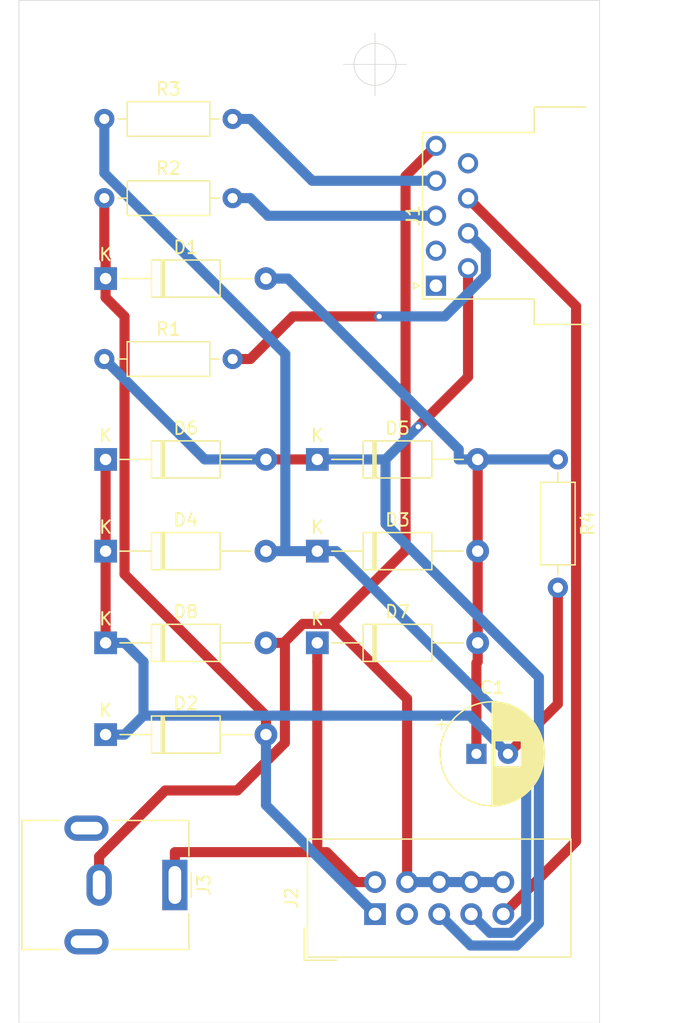
<source format=kicad_pcb>
(kicad_pcb (version 20171130) (host pcbnew 5.1.4-3.fc30)

  (general
    (thickness 1.6)
    (drawings 6)
    (tracks 98)
    (zones 0)
    (modules 16)
    (nets 16)
  )

  (page A4)
  (layers
    (0 F.Cu signal)
    (31 B.Cu signal)
    (32 B.Adhes user)
    (33 F.Adhes user)
    (34 B.Paste user)
    (35 F.Paste user)
    (36 B.SilkS user)
    (37 F.SilkS user)
    (38 B.Mask user)
    (39 F.Mask user)
    (40 Dwgs.User user)
    (41 Cmts.User user)
    (42 Eco1.User user)
    (43 Eco2.User user)
    (44 Edge.Cuts user)
    (45 Margin user)
    (46 B.CrtYd user)
    (47 F.CrtYd user)
    (48 B.Fab user)
    (49 F.Fab user)
  )

  (setup
    (last_trace_width 0.25)
    (user_trace_width 0.5)
    (user_trace_width 0.8)
    (trace_clearance 0.2)
    (zone_clearance 0.508)
    (zone_45_only no)
    (trace_min 0.2)
    (via_size 0.8)
    (via_drill 0.4)
    (via_min_size 0.4)
    (via_min_drill 0.3)
    (user_via 0.8 0.4)
    (uvia_size 0.3)
    (uvia_drill 0.1)
    (uvias_allowed no)
    (uvia_min_size 0.2)
    (uvia_min_drill 0.1)
    (edge_width 0.05)
    (segment_width 0.2)
    (pcb_text_width 0.3)
    (pcb_text_size 1.5 1.5)
    (mod_edge_width 0.12)
    (mod_text_size 1 1)
    (mod_text_width 0.15)
    (pad_size 1.524 1.524)
    (pad_drill 0.762)
    (pad_to_mask_clearance 0.051)
    (solder_mask_min_width 0.25)
    (aux_axis_origin 108.966 119.126)
    (visible_elements FFFFFF7F)
    (pcbplotparams
      (layerselection 0x213fc_ffffffff)
      (usegerberextensions false)
      (usegerberattributes false)
      (usegerberadvancedattributes false)
      (creategerberjobfile true)
      (excludeedgelayer true)
      (linewidth 0.100000)
      (plotframeref false)
      (viasonmask false)
      (mode 1)
      (useauxorigin false)
      (hpglpennumber 1)
      (hpglpenspeed 20)
      (hpglpendiameter 15.000000)
      (psnegative false)
      (psa4output false)
      (plotreference true)
      (plotvalue true)
      (plotinvisibletext false)
      (padsonsilk false)
      (subtractmaskfromsilk false)
      (outputformat 1)
      (mirror false)
      (drillshape 0)
      (scaleselection 1)
      (outputdirectory "gerbv/"))
  )

  (net 0 "")
  (net 1 "Net-(C1-Pad2)")
  (net 2 "Net-(C1-Pad1)")
  (net 3 "Net-(D1-Pad1)")
  (net 4 "Net-(D3-Pad1)")
  (net 5 /DSR)
  (net 6 "Net-(D7-Pad1)")
  (net 7 "Net-(D8-Pad2)")
  (net 8 "Net-(J1-Pad9)")
  (net 9 /CTS)
  (net 10 /RTS)
  (net 11 /DTR)
  (net 12 /TxD)
  (net 13 "Net-(J1-Pad2)")
  (net 14 "Net-(J1-Pad1)")
  (net 15 "Net-(J2-Pad3)")

  (net_class Default "To jest domyślna klasa połączeń."
    (clearance 0.2)
    (trace_width 0.25)
    (via_dia 0.8)
    (via_drill 0.4)
    (uvia_dia 0.3)
    (uvia_drill 0.1)
  )

  (net_class signals ""
    (clearance 0.2)
    (trace_width 0.8)
    (via_dia 0.8)
    (via_drill 0.4)
    (uvia_dia 0.3)
    (uvia_drill 0.1)
    (add_net /CTS)
    (add_net /DSR)
    (add_net /DTR)
    (add_net /RTS)
    (add_net /TxD)
    (add_net "Net-(C1-Pad1)")
    (add_net "Net-(C1-Pad2)")
    (add_net "Net-(D1-Pad1)")
    (add_net "Net-(D3-Pad1)")
    (add_net "Net-(D7-Pad1)")
    (add_net "Net-(D8-Pad2)")
    (add_net "Net-(J1-Pad1)")
    (add_net "Net-(J1-Pad2)")
    (add_net "Net-(J1-Pad9)")
    (add_net "Net-(J2-Pad3)")
  )

  (module Connector_BarrelJack:BarrelJack_CUI_PJ-063AH_Horizontal (layer F.Cu) (tedit 5B0886BD) (tstamp 5D33A9E7)
    (at 121.31 108.18 270)
    (descr "Barrel Jack, 2.0mm ID, 5.5mm OD, 24V, 8A, no switch, https://www.cui.com/product/resource/pj-063ah.pdf")
    (tags "barrel jack cui dc power")
    (path /5D38C08D)
    (fp_text reference J3 (at 0 -2.3 90) (layer F.SilkS)
      (effects (font (size 1 1) (thickness 0.15)))
    )
    (fp_text value +5V (at 0 13 90) (layer F.Fab)
      (effects (font (size 1 1) (thickness 0.15)))
    )
    (fp_text user %R (at 0 5.5 90) (layer F.Fab)
      (effects (font (size 1 1) (thickness 0.15)))
    )
    (fp_line (start 6 -1.5) (end -6 -1.5) (layer F.CrtYd) (width 0.05))
    (fp_line (start 6 12.5) (end 6 -1.5) (layer F.CrtYd) (width 0.05))
    (fp_line (start -6 12.5) (end 6 12.5) (layer F.CrtYd) (width 0.05))
    (fp_line (start -6 -1.5) (end -6 12.5) (layer F.CrtYd) (width 0.05))
    (fp_line (start -1 -1.3) (end 1 -1.3) (layer F.SilkS) (width 0.12))
    (fp_line (start -5.11 12.11) (end -5.11 9.05) (layer F.SilkS) (width 0.12))
    (fp_line (start 5.11 12.11) (end -5.11 12.11) (layer F.SilkS) (width 0.12))
    (fp_line (start 5.11 9.05) (end 5.11 12.11) (layer F.SilkS) (width 0.12))
    (fp_line (start 5.11 -1.11) (end 5.11 4.95) (layer F.SilkS) (width 0.12))
    (fp_line (start 2.3 -1.11) (end 5.11 -1.11) (layer F.SilkS) (width 0.12))
    (fp_line (start -5.11 -1.11) (end -2.3 -1.11) (layer F.SilkS) (width 0.12))
    (fp_line (start -5.11 4.95) (end -5.11 -1.11) (layer F.SilkS) (width 0.12))
    (fp_line (start -5 12) (end -5 -1) (layer F.Fab) (width 0.1))
    (fp_line (start 5 12) (end -5 12) (layer F.Fab) (width 0.1))
    (fp_line (start 5 -1) (end 5 12) (layer F.Fab) (width 0.1))
    (fp_line (start 1 -1) (end 5 -1) (layer F.Fab) (width 0.1))
    (fp_line (start 0 0) (end 1 -1) (layer F.Fab) (width 0.1))
    (fp_line (start -1 -1) (end 0 0) (layer F.Fab) (width 0.1))
    (fp_line (start -5 -1) (end -1 -1) (layer F.Fab) (width 0.1))
    (pad "" np_thru_hole circle (at 0 9 270) (size 1.6 1.6) (drill 1.6) (layers *.Cu *.Mask))
    (pad MP thru_hole oval (at 4.5 7 270) (size 2 3.5) (drill oval 1 2.5) (layers *.Cu *.Mask))
    (pad MP thru_hole oval (at -4.5 7 270) (size 2 3.5) (drill oval 1 2.5) (layers *.Cu *.Mask))
    (pad 2 thru_hole oval (at 0 6 270) (size 3.3 2) (drill oval 2.3 1) (layers *.Cu *.Mask)
      (net 7 "Net-(D8-Pad2)"))
    (pad 1 thru_hole rect (at 0 0 270) (size 4 2) (drill oval 3 1) (layers *.Cu *.Mask)
      (net 6 "Net-(D7-Pad1)"))
    (model ${KISYS3DMOD}/Connector_BarrelJack.3dshapes/BarrelJack_CUI_PJ-063AH_Horizontal.wrl
      (at (xyz 0 0 0))
      (scale (xyz 1 1 1))
      (rotate (xyz 0 0 0))
    )
  )

  (module Resistor_THT:R_Axial_DIN0207_L6.3mm_D2.5mm_P10.16mm_Horizontal (layer F.Cu) (tedit 5AE5139B) (tstamp 5D33AA43)
    (at 151.638 74.47 270)
    (descr "Resistor, Axial_DIN0207 series, Axial, Horizontal, pin pitch=10.16mm, 0.25W = 1/4W, length*diameter=6.3*2.5mm^2, http://cdn-reichelt.de/documents/datenblatt/B400/1_4W%23YAG.pdf")
    (tags "Resistor Axial_DIN0207 series Axial Horizontal pin pitch 10.16mm 0.25W = 1/4W length 6.3mm diameter 2.5mm")
    (path /5D2C04A0)
    (fp_text reference R4 (at 5.08 -2.37 90) (layer F.SilkS)
      (effects (font (size 1 1) (thickness 0.15)))
    )
    (fp_text value 100 (at 5.08 2.37 90) (layer F.Fab)
      (effects (font (size 1 1) (thickness 0.15)))
    )
    (fp_text user %R (at 5.08 0 90) (layer F.Fab)
      (effects (font (size 1 1) (thickness 0.15)))
    )
    (fp_line (start 11.21 -1.5) (end -1.05 -1.5) (layer F.CrtYd) (width 0.05))
    (fp_line (start 11.21 1.5) (end 11.21 -1.5) (layer F.CrtYd) (width 0.05))
    (fp_line (start -1.05 1.5) (end 11.21 1.5) (layer F.CrtYd) (width 0.05))
    (fp_line (start -1.05 -1.5) (end -1.05 1.5) (layer F.CrtYd) (width 0.05))
    (fp_line (start 9.12 0) (end 8.35 0) (layer F.SilkS) (width 0.12))
    (fp_line (start 1.04 0) (end 1.81 0) (layer F.SilkS) (width 0.12))
    (fp_line (start 8.35 -1.37) (end 1.81 -1.37) (layer F.SilkS) (width 0.12))
    (fp_line (start 8.35 1.37) (end 8.35 -1.37) (layer F.SilkS) (width 0.12))
    (fp_line (start 1.81 1.37) (end 8.35 1.37) (layer F.SilkS) (width 0.12))
    (fp_line (start 1.81 -1.37) (end 1.81 1.37) (layer F.SilkS) (width 0.12))
    (fp_line (start 10.16 0) (end 8.23 0) (layer F.Fab) (width 0.1))
    (fp_line (start 0 0) (end 1.93 0) (layer F.Fab) (width 0.1))
    (fp_line (start 8.23 -1.25) (end 1.93 -1.25) (layer F.Fab) (width 0.1))
    (fp_line (start 8.23 1.25) (end 8.23 -1.25) (layer F.Fab) (width 0.1))
    (fp_line (start 1.93 1.25) (end 8.23 1.25) (layer F.Fab) (width 0.1))
    (fp_line (start 1.93 -1.25) (end 1.93 1.25) (layer F.Fab) (width 0.1))
    (pad 2 thru_hole oval (at 10.16 0 270) (size 1.6 1.6) (drill 0.8) (layers *.Cu *.Mask)
      (net 1 "Net-(C1-Pad2)"))
    (pad 1 thru_hole circle (at 0 0 270) (size 1.6 1.6) (drill 0.8) (layers *.Cu *.Mask)
      (net 2 "Net-(C1-Pad1)"))
    (model ${KISYS3DMOD}/Resistor_THT.3dshapes/R_Axial_DIN0207_L6.3mm_D2.5mm_P10.16mm_Horizontal.wrl
      (at (xyz 0 0 0))
      (scale (xyz 1 1 1))
      (rotate (xyz 0 0 0))
    )
  )

  (module Resistor_THT:R_Axial_DIN0207_L6.3mm_D2.5mm_P10.16mm_Horizontal (layer F.Cu) (tedit 5AE5139B) (tstamp 5D33C429)
    (at 115.724 47.498)
    (descr "Resistor, Axial_DIN0207 series, Axial, Horizontal, pin pitch=10.16mm, 0.25W = 1/4W, length*diameter=6.3*2.5mm^2, http://cdn-reichelt.de/documents/datenblatt/B400/1_4W%23YAG.pdf")
    (tags "Resistor Axial_DIN0207 series Axial Horizontal pin pitch 10.16mm 0.25W = 1/4W length 6.3mm diameter 2.5mm")
    (path /5D2BFC4E)
    (fp_text reference R3 (at 5.08 -2.37) (layer F.SilkS)
      (effects (font (size 1 1) (thickness 0.15)))
    )
    (fp_text value 3k3 (at 5.08 2.37) (layer F.Fab)
      (effects (font (size 1 1) (thickness 0.15)))
    )
    (fp_text user %R (at 5.08 0) (layer F.Fab)
      (effects (font (size 1 1) (thickness 0.15)))
    )
    (fp_line (start 11.21 -1.5) (end -1.05 -1.5) (layer F.CrtYd) (width 0.05))
    (fp_line (start 11.21 1.5) (end 11.21 -1.5) (layer F.CrtYd) (width 0.05))
    (fp_line (start -1.05 1.5) (end 11.21 1.5) (layer F.CrtYd) (width 0.05))
    (fp_line (start -1.05 -1.5) (end -1.05 1.5) (layer F.CrtYd) (width 0.05))
    (fp_line (start 9.12 0) (end 8.35 0) (layer F.SilkS) (width 0.12))
    (fp_line (start 1.04 0) (end 1.81 0) (layer F.SilkS) (width 0.12))
    (fp_line (start 8.35 -1.37) (end 1.81 -1.37) (layer F.SilkS) (width 0.12))
    (fp_line (start 8.35 1.37) (end 8.35 -1.37) (layer F.SilkS) (width 0.12))
    (fp_line (start 1.81 1.37) (end 8.35 1.37) (layer F.SilkS) (width 0.12))
    (fp_line (start 1.81 -1.37) (end 1.81 1.37) (layer F.SilkS) (width 0.12))
    (fp_line (start 10.16 0) (end 8.23 0) (layer F.Fab) (width 0.1))
    (fp_line (start 0 0) (end 1.93 0) (layer F.Fab) (width 0.1))
    (fp_line (start 8.23 -1.25) (end 1.93 -1.25) (layer F.Fab) (width 0.1))
    (fp_line (start 8.23 1.25) (end 8.23 -1.25) (layer F.Fab) (width 0.1))
    (fp_line (start 1.93 1.25) (end 8.23 1.25) (layer F.Fab) (width 0.1))
    (fp_line (start 1.93 -1.25) (end 1.93 1.25) (layer F.Fab) (width 0.1))
    (pad 2 thru_hole oval (at 10.16 0) (size 1.6 1.6) (drill 0.8) (layers *.Cu *.Mask)
      (net 11 /DTR))
    (pad 1 thru_hole circle (at 0 0) (size 1.6 1.6) (drill 0.8) (layers *.Cu *.Mask)
      (net 4 "Net-(D3-Pad1)"))
    (model ${KISYS3DMOD}/Resistor_THT.3dshapes/R_Axial_DIN0207_L6.3mm_D2.5mm_P10.16mm_Horizontal.wrl
      (at (xyz 0 0 0))
      (scale (xyz 1 1 1))
      (rotate (xyz 0 0 0))
    )
  )

  (module Resistor_THT:R_Axial_DIN0207_L6.3mm_D2.5mm_P10.16mm_Horizontal (layer F.Cu) (tedit 5AE5139B) (tstamp 5D33AA15)
    (at 115.724 53.7707)
    (descr "Resistor, Axial_DIN0207 series, Axial, Horizontal, pin pitch=10.16mm, 0.25W = 1/4W, length*diameter=6.3*2.5mm^2, http://cdn-reichelt.de/documents/datenblatt/B400/1_4W%23YAG.pdf")
    (tags "Resistor Axial_DIN0207 series Axial Horizontal pin pitch 10.16mm 0.25W = 1/4W length 6.3mm diameter 2.5mm")
    (path /5D2C005B)
    (fp_text reference R2 (at 5.08 -2.37) (layer F.SilkS)
      (effects (font (size 1 1) (thickness 0.15)))
    )
    (fp_text value 3k3 (at 5.08 2.37) (layer F.Fab)
      (effects (font (size 1 1) (thickness 0.15)))
    )
    (fp_text user %R (at 5.08 0) (layer F.Fab)
      (effects (font (size 1 1) (thickness 0.15)))
    )
    (fp_line (start 11.21 -1.5) (end -1.05 -1.5) (layer F.CrtYd) (width 0.05))
    (fp_line (start 11.21 1.5) (end 11.21 -1.5) (layer F.CrtYd) (width 0.05))
    (fp_line (start -1.05 1.5) (end 11.21 1.5) (layer F.CrtYd) (width 0.05))
    (fp_line (start -1.05 -1.5) (end -1.05 1.5) (layer F.CrtYd) (width 0.05))
    (fp_line (start 9.12 0) (end 8.35 0) (layer F.SilkS) (width 0.12))
    (fp_line (start 1.04 0) (end 1.81 0) (layer F.SilkS) (width 0.12))
    (fp_line (start 8.35 -1.37) (end 1.81 -1.37) (layer F.SilkS) (width 0.12))
    (fp_line (start 8.35 1.37) (end 8.35 -1.37) (layer F.SilkS) (width 0.12))
    (fp_line (start 1.81 1.37) (end 8.35 1.37) (layer F.SilkS) (width 0.12))
    (fp_line (start 1.81 -1.37) (end 1.81 1.37) (layer F.SilkS) (width 0.12))
    (fp_line (start 10.16 0) (end 8.23 0) (layer F.Fab) (width 0.1))
    (fp_line (start 0 0) (end 1.93 0) (layer F.Fab) (width 0.1))
    (fp_line (start 8.23 -1.25) (end 1.93 -1.25) (layer F.Fab) (width 0.1))
    (fp_line (start 8.23 1.25) (end 8.23 -1.25) (layer F.Fab) (width 0.1))
    (fp_line (start 1.93 1.25) (end 8.23 1.25) (layer F.Fab) (width 0.1))
    (fp_line (start 1.93 -1.25) (end 1.93 1.25) (layer F.Fab) (width 0.1))
    (pad 2 thru_hole oval (at 10.16 0) (size 1.6 1.6) (drill 0.8) (layers *.Cu *.Mask)
      (net 12 /TxD))
    (pad 1 thru_hole circle (at 0 0) (size 1.6 1.6) (drill 0.8) (layers *.Cu *.Mask)
      (net 3 "Net-(D1-Pad1)"))
    (model ${KISYS3DMOD}/Resistor_THT.3dshapes/R_Axial_DIN0207_L6.3mm_D2.5mm_P10.16mm_Horizontal.wrl
      (at (xyz 0 0 0))
      (scale (xyz 1 1 1))
      (rotate (xyz 0 0 0))
    )
  )

  (module Resistor_THT:R_Axial_DIN0207_L6.3mm_D2.5mm_P10.16mm_Horizontal (layer F.Cu) (tedit 5AE5139B) (tstamp 5D33A9FE)
    (at 115.724 66.516)
    (descr "Resistor, Axial_DIN0207 series, Axial, Horizontal, pin pitch=10.16mm, 0.25W = 1/4W, length*diameter=6.3*2.5mm^2, http://cdn-reichelt.de/documents/datenblatt/B400/1_4W%23YAG.pdf")
    (tags "Resistor Axial_DIN0207 series Axial Horizontal pin pitch 10.16mm 0.25W = 1/4W length 6.3mm diameter 2.5mm")
    (path /5D2C0204)
    (fp_text reference R1 (at 5.08 -2.37) (layer F.SilkS)
      (effects (font (size 1 1) (thickness 0.15)))
    )
    (fp_text value 3k3 (at 5.08 2.37) (layer F.Fab)
      (effects (font (size 1 1) (thickness 0.15)))
    )
    (fp_text user %R (at 5.08 0) (layer F.Fab)
      (effects (font (size 1 1) (thickness 0.15)))
    )
    (fp_line (start 11.21 -1.5) (end -1.05 -1.5) (layer F.CrtYd) (width 0.05))
    (fp_line (start 11.21 1.5) (end 11.21 -1.5) (layer F.CrtYd) (width 0.05))
    (fp_line (start -1.05 1.5) (end 11.21 1.5) (layer F.CrtYd) (width 0.05))
    (fp_line (start -1.05 -1.5) (end -1.05 1.5) (layer F.CrtYd) (width 0.05))
    (fp_line (start 9.12 0) (end 8.35 0) (layer F.SilkS) (width 0.12))
    (fp_line (start 1.04 0) (end 1.81 0) (layer F.SilkS) (width 0.12))
    (fp_line (start 8.35 -1.37) (end 1.81 -1.37) (layer F.SilkS) (width 0.12))
    (fp_line (start 8.35 1.37) (end 8.35 -1.37) (layer F.SilkS) (width 0.12))
    (fp_line (start 1.81 1.37) (end 8.35 1.37) (layer F.SilkS) (width 0.12))
    (fp_line (start 1.81 -1.37) (end 1.81 1.37) (layer F.SilkS) (width 0.12))
    (fp_line (start 10.16 0) (end 8.23 0) (layer F.Fab) (width 0.1))
    (fp_line (start 0 0) (end 1.93 0) (layer F.Fab) (width 0.1))
    (fp_line (start 8.23 -1.25) (end 1.93 -1.25) (layer F.Fab) (width 0.1))
    (fp_line (start 8.23 1.25) (end 8.23 -1.25) (layer F.Fab) (width 0.1))
    (fp_line (start 1.93 1.25) (end 8.23 1.25) (layer F.Fab) (width 0.1))
    (fp_line (start 1.93 -1.25) (end 1.93 1.25) (layer F.Fab) (width 0.1))
    (pad 2 thru_hole oval (at 10.16 0) (size 1.6 1.6) (drill 0.8) (layers *.Cu *.Mask)
      (net 10 /RTS))
    (pad 1 thru_hole circle (at 0 0) (size 1.6 1.6) (drill 0.8) (layers *.Cu *.Mask)
      (net 5 /DSR))
    (model ${KISYS3DMOD}/Resistor_THT.3dshapes/R_Axial_DIN0207_L6.3mm_D2.5mm_P10.16mm_Horizontal.wrl
      (at (xyz 0 0 0))
      (scale (xyz 1 1 1))
      (rotate (xyz 0 0 0))
    )
  )

  (module Connector_IDC:IDC-Header_2x05_P2.54mm_Vertical (layer F.Cu) (tedit 59DE0611) (tstamp 5D33A9C4)
    (at 137.16 110.49 90)
    (descr "Through hole straight IDC box header, 2x05, 2.54mm pitch, double rows")
    (tags "Through hole IDC box header THT 2x05 2.54mm double row")
    (path /5D2C0906)
    (fp_text reference J2 (at 1.27 -6.604 90) (layer F.SilkS)
      (effects (font (size 1 1) (thickness 0.15)))
    )
    (fp_text value AVR-ISP-10 (at 1.27 16.764 90) (layer F.Fab)
      (effects (font (size 1 1) (thickness 0.15)))
    )
    (fp_line (start -3.655 -5.6) (end -1.115 -5.6) (layer F.SilkS) (width 0.12))
    (fp_line (start -3.655 -5.6) (end -3.655 -3.06) (layer F.SilkS) (width 0.12))
    (fp_line (start -3.405 -5.35) (end 5.945 -5.35) (layer F.SilkS) (width 0.12))
    (fp_line (start -3.405 15.51) (end -3.405 -5.35) (layer F.SilkS) (width 0.12))
    (fp_line (start 5.945 15.51) (end -3.405 15.51) (layer F.SilkS) (width 0.12))
    (fp_line (start 5.945 -5.35) (end 5.945 15.51) (layer F.SilkS) (width 0.12))
    (fp_line (start -3.41 -5.35) (end 5.95 -5.35) (layer F.CrtYd) (width 0.05))
    (fp_line (start -3.41 15.51) (end -3.41 -5.35) (layer F.CrtYd) (width 0.05))
    (fp_line (start 5.95 15.51) (end -3.41 15.51) (layer F.CrtYd) (width 0.05))
    (fp_line (start 5.95 -5.35) (end 5.95 15.51) (layer F.CrtYd) (width 0.05))
    (fp_line (start -3.155 15.26) (end -2.605 14.7) (layer F.Fab) (width 0.1))
    (fp_line (start -3.155 -5.1) (end -2.605 -4.56) (layer F.Fab) (width 0.1))
    (fp_line (start 5.695 15.26) (end 5.145 14.7) (layer F.Fab) (width 0.1))
    (fp_line (start 5.695 -5.1) (end 5.145 -4.56) (layer F.Fab) (width 0.1))
    (fp_line (start 5.145 14.7) (end -2.605 14.7) (layer F.Fab) (width 0.1))
    (fp_line (start 5.695 15.26) (end -3.155 15.26) (layer F.Fab) (width 0.1))
    (fp_line (start 5.145 -4.56) (end -2.605 -4.56) (layer F.Fab) (width 0.1))
    (fp_line (start 5.695 -5.1) (end -3.155 -5.1) (layer F.Fab) (width 0.1))
    (fp_line (start -2.605 7.33) (end -3.155 7.33) (layer F.Fab) (width 0.1))
    (fp_line (start -2.605 2.83) (end -3.155 2.83) (layer F.Fab) (width 0.1))
    (fp_line (start -2.605 7.33) (end -2.605 14.7) (layer F.Fab) (width 0.1))
    (fp_line (start -2.605 -4.56) (end -2.605 2.83) (layer F.Fab) (width 0.1))
    (fp_line (start -3.155 -5.1) (end -3.155 15.26) (layer F.Fab) (width 0.1))
    (fp_line (start 5.145 -4.56) (end 5.145 14.7) (layer F.Fab) (width 0.1))
    (fp_line (start 5.695 -5.1) (end 5.695 15.26) (layer F.Fab) (width 0.1))
    (fp_text user %R (at 1.27 5.08 90) (layer F.Fab)
      (effects (font (size 1 1) (thickness 0.15)))
    )
    (pad 10 thru_hole oval (at 2.54 10.16 90) (size 1.7272 1.7272) (drill 1.016) (layers *.Cu *.Mask)
      (net 7 "Net-(D8-Pad2)"))
    (pad 9 thru_hole oval (at 0 10.16 90) (size 1.7272 1.7272) (drill 1.016) (layers *.Cu *.Mask)
      (net 9 /CTS))
    (pad 8 thru_hole oval (at 2.54 7.62 90) (size 1.7272 1.7272) (drill 1.016) (layers *.Cu *.Mask)
      (net 7 "Net-(D8-Pad2)"))
    (pad 7 thru_hole oval (at 0 7.62 90) (size 1.7272 1.7272) (drill 1.016) (layers *.Cu *.Mask)
      (net 4 "Net-(D3-Pad1)"))
    (pad 6 thru_hole oval (at 2.54 5.08 90) (size 1.7272 1.7272) (drill 1.016) (layers *.Cu *.Mask)
      (net 7 "Net-(D8-Pad2)"))
    (pad 5 thru_hole oval (at 0 5.08 90) (size 1.7272 1.7272) (drill 1.016) (layers *.Cu *.Mask)
      (net 5 /DSR))
    (pad 4 thru_hole oval (at 2.54 2.54 90) (size 1.7272 1.7272) (drill 1.016) (layers *.Cu *.Mask)
      (net 7 "Net-(D8-Pad2)"))
    (pad 3 thru_hole oval (at 0 2.54 90) (size 1.7272 1.7272) (drill 1.016) (layers *.Cu *.Mask)
      (net 15 "Net-(J2-Pad3)"))
    (pad 2 thru_hole oval (at 2.54 0 90) (size 1.7272 1.7272) (drill 1.016) (layers *.Cu *.Mask)
      (net 6 "Net-(D7-Pad1)"))
    (pad 1 thru_hole rect (at 0 0 90) (size 1.7272 1.7272) (drill 1.016) (layers *.Cu *.Mask)
      (net 3 "Net-(D1-Pad1)"))
    (model ${KISYS3DMOD}/Connector_IDC.3dshapes/IDC-Header_2x05_P2.54mm_Vertical.wrl
      (at (xyz 0 0 0))
      (scale (xyz 1 1 1))
      (rotate (xyz 0 0 0))
    )
  )

  (module Connector_Dsub:DSUB-9_Male_Horizontal_P2.77x2.54mm_EdgePinOffset9.40mm (layer F.Cu) (tedit 59FEDEE2) (tstamp 5D33A99C)
    (at 141.986 60.706 90)
    (descr "9-pin D-Sub connector, horizontal/angled (90 deg), THT-mount, male, pitch 2.77x2.54mm, pin-PCB-offset 9.4mm, see http://docs-europe.electrocomponents.com/webdocs/1585/0900766b81585df2.pdf")
    (tags "9-pin D-Sub connector horizontal angled 90deg THT male pitch 2.77x2.54mm pin-PCB-offset 9.4mm")
    (path /5D2BD6A6)
    (fp_text reference J1 (at 5.54 -1.8 90) (layer F.SilkS)
      (effects (font (size 1 1) (thickness 0.15)))
    )
    (fp_text value DB9_Male (at 5.54 19.84 90) (layer F.Fab)
      (effects (font (size 1 1) (thickness 0.15)))
    )
    (fp_text user %R (at 5.54 15.34 90) (layer F.Fab)
      (effects (font (size 1 1) (thickness 0.15)))
    )
    (fp_line (start 14.2 18.85) (end -3.15 18.85) (layer F.CrtYd) (width 0.05))
    (fp_line (start 14.2 12.85) (end 14.2 18.85) (layer F.CrtYd) (width 0.05))
    (fp_line (start 21.5 12.85) (end 14.2 12.85) (layer F.CrtYd) (width 0.05))
    (fp_line (start 21.5 11.45) (end 21.5 12.85) (layer F.CrtYd) (width 0.05))
    (fp_line (start 14.6 11.45) (end 21.5 11.45) (layer F.CrtYd) (width 0.05))
    (fp_line (start 14.6 7.35) (end 14.6 11.45) (layer F.CrtYd) (width 0.05))
    (fp_line (start 12.4 7.35) (end 14.6 7.35) (layer F.CrtYd) (width 0.05))
    (fp_line (start 12.4 -1.35) (end 12.4 7.35) (layer F.CrtYd) (width 0.05))
    (fp_line (start -1.3 -1.35) (end 12.4 -1.35) (layer F.CrtYd) (width 0.05))
    (fp_line (start -1.3 7.35) (end -1.3 -1.35) (layer F.CrtYd) (width 0.05))
    (fp_line (start -3.55 7.35) (end -1.3 7.35) (layer F.CrtYd) (width 0.05))
    (fp_line (start -3.55 11.45) (end -3.55 7.35) (layer F.CrtYd) (width 0.05))
    (fp_line (start -10.4 11.45) (end -3.55 11.45) (layer F.CrtYd) (width 0.05))
    (fp_line (start -10.4 12.85) (end -10.4 11.45) (layer F.CrtYd) (width 0.05))
    (fp_line (start -3.15 12.85) (end -10.4 12.85) (layer F.CrtYd) (width 0.05))
    (fp_line (start -3.15 18.85) (end -3.15 12.85) (layer F.CrtYd) (width 0.05))
    (fp_line (start 0 -1.321325) (end -0.25 -1.754338) (layer F.SilkS) (width 0.12))
    (fp_line (start 0.25 -1.754338) (end 0 -1.321325) (layer F.SilkS) (width 0.12))
    (fp_line (start -0.25 -1.754338) (end 0.25 -1.754338) (layer F.SilkS) (width 0.12))
    (fp_line (start 14.15 7.78) (end 14.15 11.88) (layer F.SilkS) (width 0.12))
    (fp_line (start 12.14 7.78) (end 14.15 7.78) (layer F.SilkS) (width 0.12))
    (fp_line (start 12.14 -1.06) (end 12.14 7.78) (layer F.SilkS) (width 0.12))
    (fp_line (start -1.06 -1.06) (end 12.14 -1.06) (layer F.SilkS) (width 0.12))
    (fp_line (start -1.06 7.78) (end -1.06 -1.06) (layer F.SilkS) (width 0.12))
    (fp_line (start -3.07 7.78) (end -1.06 7.78) (layer F.SilkS) (width 0.12))
    (fp_line (start -3.07 11.88) (end -3.07 7.78) (layer F.SilkS) (width 0.12))
    (fp_line (start 13.69 12.34) (end -2.61 12.34) (layer F.Fab) (width 0.1))
    (fp_line (start 13.69 18.34) (end 13.69 12.34) (layer F.Fab) (width 0.1))
    (fp_line (start -2.61 18.34) (end 13.69 18.34) (layer F.Fab) (width 0.1))
    (fp_line (start -2.61 12.34) (end -2.61 18.34) (layer F.Fab) (width 0.1))
    (fp_line (start 20.965 11.94) (end -9.885 11.94) (layer F.Fab) (width 0.1))
    (fp_line (start 20.965 12.34) (end 20.965 11.94) (layer F.Fab) (width 0.1))
    (fp_line (start -9.885 12.34) (end 20.965 12.34) (layer F.Fab) (width 0.1))
    (fp_line (start -9.885 11.94) (end -9.885 12.34) (layer F.Fab) (width 0.1))
    (fp_line (start 14.09 7.84) (end -3.01 7.84) (layer F.Fab) (width 0.1))
    (fp_line (start 14.09 11.94) (end 14.09 7.84) (layer F.Fab) (width 0.1))
    (fp_line (start -3.01 11.94) (end 14.09 11.94) (layer F.Fab) (width 0.1))
    (fp_line (start -3.01 7.84) (end -3.01 11.94) (layer F.Fab) (width 0.1))
    (fp_line (start 9.795 2.54) (end 9.795 7.84) (layer F.Fab) (width 0.1))
    (fp_line (start 9.695 2.54) (end 9.695 7.84) (layer F.Fab) (width 0.1))
    (fp_line (start 9.595 2.54) (end 9.595 7.84) (layer F.Fab) (width 0.1))
    (fp_line (start 7.025 2.54) (end 7.025 7.84) (layer F.Fab) (width 0.1))
    (fp_line (start 6.925 2.54) (end 6.925 7.84) (layer F.Fab) (width 0.1))
    (fp_line (start 6.825 2.54) (end 6.825 7.84) (layer F.Fab) (width 0.1))
    (fp_line (start 4.255 2.54) (end 4.255 7.84) (layer F.Fab) (width 0.1))
    (fp_line (start 4.155 2.54) (end 4.155 7.84) (layer F.Fab) (width 0.1))
    (fp_line (start 4.055 2.54) (end 4.055 7.84) (layer F.Fab) (width 0.1))
    (fp_line (start 1.485 2.54) (end 1.485 7.84) (layer F.Fab) (width 0.1))
    (fp_line (start 1.385 2.54) (end 1.385 7.84) (layer F.Fab) (width 0.1))
    (fp_line (start 1.285 2.54) (end 1.285 7.84) (layer F.Fab) (width 0.1))
    (fp_line (start 11.18 0) (end 11.18 7.84) (layer F.Fab) (width 0.1))
    (fp_line (start 11.08 0) (end 11.08 7.84) (layer F.Fab) (width 0.1))
    (fp_line (start 10.98 0) (end 10.98 7.84) (layer F.Fab) (width 0.1))
    (fp_line (start 8.41 0) (end 8.41 7.84) (layer F.Fab) (width 0.1))
    (fp_line (start 8.31 0) (end 8.31 7.84) (layer F.Fab) (width 0.1))
    (fp_line (start 8.21 0) (end 8.21 7.84) (layer F.Fab) (width 0.1))
    (fp_line (start 5.64 0) (end 5.64 7.84) (layer F.Fab) (width 0.1))
    (fp_line (start 5.54 0) (end 5.54 7.84) (layer F.Fab) (width 0.1))
    (fp_line (start 5.44 0) (end 5.44 7.84) (layer F.Fab) (width 0.1))
    (fp_line (start 2.87 0) (end 2.87 7.84) (layer F.Fab) (width 0.1))
    (fp_line (start 2.77 0) (end 2.77 7.84) (layer F.Fab) (width 0.1))
    (fp_line (start 2.67 0) (end 2.67 7.84) (layer F.Fab) (width 0.1))
    (fp_line (start 0.1 0) (end 0.1 7.84) (layer F.Fab) (width 0.1))
    (fp_line (start 0 0) (end 0 7.84) (layer F.Fab) (width 0.1))
    (fp_line (start -0.1 0) (end -0.1 7.84) (layer F.Fab) (width 0.1))
    (pad 9 thru_hole circle (at 9.695 2.54 90) (size 1.6 1.6) (drill 1) (layers *.Cu *.Mask)
      (net 8 "Net-(J1-Pad9)"))
    (pad 8 thru_hole circle (at 6.925 2.54 90) (size 1.6 1.6) (drill 1) (layers *.Cu *.Mask)
      (net 9 /CTS))
    (pad 7 thru_hole circle (at 4.155 2.54 90) (size 1.6 1.6) (drill 1) (layers *.Cu *.Mask)
      (net 10 /RTS))
    (pad 6 thru_hole circle (at 1.385 2.54 90) (size 1.6 1.6) (drill 1) (layers *.Cu *.Mask)
      (net 5 /DSR))
    (pad 5 thru_hole circle (at 11.08 0 90) (size 1.6 1.6) (drill 1) (layers *.Cu *.Mask)
      (net 7 "Net-(D8-Pad2)"))
    (pad 4 thru_hole circle (at 8.31 0 90) (size 1.6 1.6) (drill 1) (layers *.Cu *.Mask)
      (net 11 /DTR))
    (pad 3 thru_hole circle (at 5.54 0 90) (size 1.6 1.6) (drill 1) (layers *.Cu *.Mask)
      (net 12 /TxD))
    (pad 2 thru_hole circle (at 2.77 0 90) (size 1.6 1.6) (drill 1) (layers *.Cu *.Mask)
      (net 13 "Net-(J1-Pad2)"))
    (pad 1 thru_hole rect (at 0 0 90) (size 1.6 1.6) (drill 1) (layers *.Cu *.Mask)
      (net 14 "Net-(J1-Pad1)"))
    (model ${KISYS3DMOD}/Connector_Dsub.3dshapes/DSUB-9_Male_Horizontal_P2.77x2.54mm_EdgePinOffset9.40mm.wrl
      (at (xyz 0 0 0))
      (scale (xyz 1 1 1))
      (rotate (xyz 0 0 0))
    )
  )

  (module Diode_THT:D_A-405_P12.70mm_Horizontal (layer F.Cu) (tedit 5AE50CD5) (tstamp 5D33BD08)
    (at 115.824 89.0007)
    (descr "Diode, A-405 series, Axial, Horizontal, pin pitch=12.7mm, , length*diameter=5.2*2.7mm^2, , http://www.diodes.com/_files/packages/A-405.pdf")
    (tags "Diode A-405 series Axial Horizontal pin pitch 12.7mm  length 5.2mm diameter 2.7mm")
    (path /5D2BEA2F)
    (fp_text reference D8 (at 6.35 -2.47) (layer F.SilkS)
      (effects (font (size 1 1) (thickness 0.15)))
    )
    (fp_text value 1N4151 (at 6.35 2.47) (layer F.Fab)
      (effects (font (size 1 1) (thickness 0.15)))
    )
    (fp_text user K (at 0 -1.9) (layer F.SilkS)
      (effects (font (size 1 1) (thickness 0.15)))
    )
    (fp_text user K (at 0 -1.9) (layer F.Fab)
      (effects (font (size 1 1) (thickness 0.15)))
    )
    (fp_text user %R (at 6.74 0) (layer F.Fab)
      (effects (font (size 1 1) (thickness 0.15)))
    )
    (fp_line (start 13.85 -1.6) (end -1.15 -1.6) (layer F.CrtYd) (width 0.05))
    (fp_line (start 13.85 1.6) (end 13.85 -1.6) (layer F.CrtYd) (width 0.05))
    (fp_line (start -1.15 1.6) (end 13.85 1.6) (layer F.CrtYd) (width 0.05))
    (fp_line (start -1.15 -1.6) (end -1.15 1.6) (layer F.CrtYd) (width 0.05))
    (fp_line (start 4.41 -1.47) (end 4.41 1.47) (layer F.SilkS) (width 0.12))
    (fp_line (start 4.65 -1.47) (end 4.65 1.47) (layer F.SilkS) (width 0.12))
    (fp_line (start 4.53 -1.47) (end 4.53 1.47) (layer F.SilkS) (width 0.12))
    (fp_line (start 11.56 0) (end 9.07 0) (layer F.SilkS) (width 0.12))
    (fp_line (start 1.14 0) (end 3.63 0) (layer F.SilkS) (width 0.12))
    (fp_line (start 9.07 -1.47) (end 3.63 -1.47) (layer F.SilkS) (width 0.12))
    (fp_line (start 9.07 1.47) (end 9.07 -1.47) (layer F.SilkS) (width 0.12))
    (fp_line (start 3.63 1.47) (end 9.07 1.47) (layer F.SilkS) (width 0.12))
    (fp_line (start 3.63 -1.47) (end 3.63 1.47) (layer F.SilkS) (width 0.12))
    (fp_line (start 4.43 -1.35) (end 4.43 1.35) (layer F.Fab) (width 0.1))
    (fp_line (start 4.63 -1.35) (end 4.63 1.35) (layer F.Fab) (width 0.1))
    (fp_line (start 4.53 -1.35) (end 4.53 1.35) (layer F.Fab) (width 0.1))
    (fp_line (start 12.7 0) (end 8.95 0) (layer F.Fab) (width 0.1))
    (fp_line (start 0 0) (end 3.75 0) (layer F.Fab) (width 0.1))
    (fp_line (start 8.95 -1.35) (end 3.75 -1.35) (layer F.Fab) (width 0.1))
    (fp_line (start 8.95 1.35) (end 8.95 -1.35) (layer F.Fab) (width 0.1))
    (fp_line (start 3.75 1.35) (end 8.95 1.35) (layer F.Fab) (width 0.1))
    (fp_line (start 3.75 -1.35) (end 3.75 1.35) (layer F.Fab) (width 0.1))
    (pad 2 thru_hole oval (at 12.7 0) (size 1.8 1.8) (drill 0.9) (layers *.Cu *.Mask)
      (net 7 "Net-(D8-Pad2)"))
    (pad 1 thru_hole rect (at 0 0) (size 1.8 1.8) (drill 0.9) (layers *.Cu *.Mask)
      (net 1 "Net-(C1-Pad2)"))
    (model ${KISYS3DMOD}/Diode_THT.3dshapes/D_A-405_P12.70mm_Horizontal.wrl
      (at (xyz 0 0 0))
      (scale (xyz 1 1 1))
      (rotate (xyz 0 0 0))
    )
  )

  (module Diode_THT:D_A-405_P12.70mm_Horizontal (layer F.Cu) (tedit 5AE50CD5) (tstamp 5D33A92E)
    (at 132.588 89.0007)
    (descr "Diode, A-405 series, Axial, Horizontal, pin pitch=12.7mm, , length*diameter=5.2*2.7mm^2, , http://www.diodes.com/_files/packages/A-405.pdf")
    (tags "Diode A-405 series Axial Horizontal pin pitch 12.7mm  length 5.2mm diameter 2.7mm")
    (path /5D2BE741)
    (fp_text reference D7 (at 6.35 -2.47) (layer F.SilkS)
      (effects (font (size 1 1) (thickness 0.15)))
    )
    (fp_text value 1N4151 (at 6.35 2.47) (layer F.Fab)
      (effects (font (size 1 1) (thickness 0.15)))
    )
    (fp_text user K (at 0 -1.9) (layer F.SilkS)
      (effects (font (size 1 1) (thickness 0.15)))
    )
    (fp_text user K (at 0 -1.9) (layer F.Fab)
      (effects (font (size 1 1) (thickness 0.15)))
    )
    (fp_text user %R (at 6.74 0) (layer F.Fab)
      (effects (font (size 1 1) (thickness 0.15)))
    )
    (fp_line (start 13.85 -1.6) (end -1.15 -1.6) (layer F.CrtYd) (width 0.05))
    (fp_line (start 13.85 1.6) (end 13.85 -1.6) (layer F.CrtYd) (width 0.05))
    (fp_line (start -1.15 1.6) (end 13.85 1.6) (layer F.CrtYd) (width 0.05))
    (fp_line (start -1.15 -1.6) (end -1.15 1.6) (layer F.CrtYd) (width 0.05))
    (fp_line (start 4.41 -1.47) (end 4.41 1.47) (layer F.SilkS) (width 0.12))
    (fp_line (start 4.65 -1.47) (end 4.65 1.47) (layer F.SilkS) (width 0.12))
    (fp_line (start 4.53 -1.47) (end 4.53 1.47) (layer F.SilkS) (width 0.12))
    (fp_line (start 11.56 0) (end 9.07 0) (layer F.SilkS) (width 0.12))
    (fp_line (start 1.14 0) (end 3.63 0) (layer F.SilkS) (width 0.12))
    (fp_line (start 9.07 -1.47) (end 3.63 -1.47) (layer F.SilkS) (width 0.12))
    (fp_line (start 9.07 1.47) (end 9.07 -1.47) (layer F.SilkS) (width 0.12))
    (fp_line (start 3.63 1.47) (end 9.07 1.47) (layer F.SilkS) (width 0.12))
    (fp_line (start 3.63 -1.47) (end 3.63 1.47) (layer F.SilkS) (width 0.12))
    (fp_line (start 4.43 -1.35) (end 4.43 1.35) (layer F.Fab) (width 0.1))
    (fp_line (start 4.63 -1.35) (end 4.63 1.35) (layer F.Fab) (width 0.1))
    (fp_line (start 4.53 -1.35) (end 4.53 1.35) (layer F.Fab) (width 0.1))
    (fp_line (start 12.7 0) (end 8.95 0) (layer F.Fab) (width 0.1))
    (fp_line (start 0 0) (end 3.75 0) (layer F.Fab) (width 0.1))
    (fp_line (start 8.95 -1.35) (end 3.75 -1.35) (layer F.Fab) (width 0.1))
    (fp_line (start 8.95 1.35) (end 8.95 -1.35) (layer F.Fab) (width 0.1))
    (fp_line (start 3.75 1.35) (end 8.95 1.35) (layer F.Fab) (width 0.1))
    (fp_line (start 3.75 -1.35) (end 3.75 1.35) (layer F.Fab) (width 0.1))
    (pad 2 thru_hole oval (at 12.7 0) (size 1.8 1.8) (drill 0.9) (layers *.Cu *.Mask)
      (net 2 "Net-(C1-Pad1)"))
    (pad 1 thru_hole rect (at 0 0) (size 1.8 1.8) (drill 0.9) (layers *.Cu *.Mask)
      (net 6 "Net-(D7-Pad1)"))
    (model ${KISYS3DMOD}/Diode_THT.3dshapes/D_A-405_P12.70mm_Horizontal.wrl
      (at (xyz 0 0 0))
      (scale (xyz 1 1 1))
      (rotate (xyz 0 0 0))
    )
  )

  (module Diode_THT:D_A-405_P12.70mm_Horizontal (layer F.Cu) (tedit 5AE50CD5) (tstamp 5D33C5FC)
    (at 115.824 74.47)
    (descr "Diode, A-405 series, Axial, Horizontal, pin pitch=12.7mm, , length*diameter=5.2*2.7mm^2, , http://www.diodes.com/_files/packages/A-405.pdf")
    (tags "Diode A-405 series Axial Horizontal pin pitch 12.7mm  length 5.2mm diameter 2.7mm")
    (path /5D2BF192)
    (fp_text reference D6 (at 6.35 -2.47) (layer F.SilkS)
      (effects (font (size 1 1) (thickness 0.15)))
    )
    (fp_text value 1N4151 (at 6.35 2.47) (layer F.Fab)
      (effects (font (size 1 1) (thickness 0.15)))
    )
    (fp_text user K (at 0 -1.9) (layer F.SilkS)
      (effects (font (size 1 1) (thickness 0.15)))
    )
    (fp_text user K (at 0 -1.9) (layer F.Fab)
      (effects (font (size 1 1) (thickness 0.15)))
    )
    (fp_text user %R (at 6.74 0) (layer F.Fab)
      (effects (font (size 1 1) (thickness 0.15)))
    )
    (fp_line (start 13.85 -1.6) (end -1.15 -1.6) (layer F.CrtYd) (width 0.05))
    (fp_line (start 13.85 1.6) (end 13.85 -1.6) (layer F.CrtYd) (width 0.05))
    (fp_line (start -1.15 1.6) (end 13.85 1.6) (layer F.CrtYd) (width 0.05))
    (fp_line (start -1.15 -1.6) (end -1.15 1.6) (layer F.CrtYd) (width 0.05))
    (fp_line (start 4.41 -1.47) (end 4.41 1.47) (layer F.SilkS) (width 0.12))
    (fp_line (start 4.65 -1.47) (end 4.65 1.47) (layer F.SilkS) (width 0.12))
    (fp_line (start 4.53 -1.47) (end 4.53 1.47) (layer F.SilkS) (width 0.12))
    (fp_line (start 11.56 0) (end 9.07 0) (layer F.SilkS) (width 0.12))
    (fp_line (start 1.14 0) (end 3.63 0) (layer F.SilkS) (width 0.12))
    (fp_line (start 9.07 -1.47) (end 3.63 -1.47) (layer F.SilkS) (width 0.12))
    (fp_line (start 9.07 1.47) (end 9.07 -1.47) (layer F.SilkS) (width 0.12))
    (fp_line (start 3.63 1.47) (end 9.07 1.47) (layer F.SilkS) (width 0.12))
    (fp_line (start 3.63 -1.47) (end 3.63 1.47) (layer F.SilkS) (width 0.12))
    (fp_line (start 4.43 -1.35) (end 4.43 1.35) (layer F.Fab) (width 0.1))
    (fp_line (start 4.63 -1.35) (end 4.63 1.35) (layer F.Fab) (width 0.1))
    (fp_line (start 4.53 -1.35) (end 4.53 1.35) (layer F.Fab) (width 0.1))
    (fp_line (start 12.7 0) (end 8.95 0) (layer F.Fab) (width 0.1))
    (fp_line (start 0 0) (end 3.75 0) (layer F.Fab) (width 0.1))
    (fp_line (start 8.95 -1.35) (end 3.75 -1.35) (layer F.Fab) (width 0.1))
    (fp_line (start 8.95 1.35) (end 8.95 -1.35) (layer F.Fab) (width 0.1))
    (fp_line (start 3.75 1.35) (end 8.95 1.35) (layer F.Fab) (width 0.1))
    (fp_line (start 3.75 -1.35) (end 3.75 1.35) (layer F.Fab) (width 0.1))
    (pad 2 thru_hole oval (at 12.7 0) (size 1.8 1.8) (drill 0.9) (layers *.Cu *.Mask)
      (net 5 /DSR))
    (pad 1 thru_hole rect (at 0 0) (size 1.8 1.8) (drill 0.9) (layers *.Cu *.Mask)
      (net 1 "Net-(C1-Pad2)"))
    (model ${KISYS3DMOD}/Diode_THT.3dshapes/D_A-405_P12.70mm_Horizontal.wrl
      (at (xyz 0 0 0))
      (scale (xyz 1 1 1))
      (rotate (xyz 0 0 0))
    )
  )

  (module Diode_THT:D_A-405_P12.70mm_Horizontal (layer F.Cu) (tedit 5AE50CD5) (tstamp 5D33A8F0)
    (at 132.588 74.47)
    (descr "Diode, A-405 series, Axial, Horizontal, pin pitch=12.7mm, , length*diameter=5.2*2.7mm^2, , http://www.diodes.com/_files/packages/A-405.pdf")
    (tags "Diode A-405 series Axial Horizontal pin pitch 12.7mm  length 5.2mm diameter 2.7mm")
    (path /5D2BEF29)
    (fp_text reference D5 (at 6.35 -2.47) (layer F.SilkS)
      (effects (font (size 1 1) (thickness 0.15)))
    )
    (fp_text value 1N4151 (at 6.35 2.47) (layer F.Fab)
      (effects (font (size 1 1) (thickness 0.15)))
    )
    (fp_text user K (at 0 -1.9) (layer F.SilkS)
      (effects (font (size 1 1) (thickness 0.15)))
    )
    (fp_text user K (at 0 -1.9) (layer F.Fab)
      (effects (font (size 1 1) (thickness 0.15)))
    )
    (fp_text user %R (at 6.74 0) (layer F.Fab)
      (effects (font (size 1 1) (thickness 0.15)))
    )
    (fp_line (start 13.85 -1.6) (end -1.15 -1.6) (layer F.CrtYd) (width 0.05))
    (fp_line (start 13.85 1.6) (end 13.85 -1.6) (layer F.CrtYd) (width 0.05))
    (fp_line (start -1.15 1.6) (end 13.85 1.6) (layer F.CrtYd) (width 0.05))
    (fp_line (start -1.15 -1.6) (end -1.15 1.6) (layer F.CrtYd) (width 0.05))
    (fp_line (start 4.41 -1.47) (end 4.41 1.47) (layer F.SilkS) (width 0.12))
    (fp_line (start 4.65 -1.47) (end 4.65 1.47) (layer F.SilkS) (width 0.12))
    (fp_line (start 4.53 -1.47) (end 4.53 1.47) (layer F.SilkS) (width 0.12))
    (fp_line (start 11.56 0) (end 9.07 0) (layer F.SilkS) (width 0.12))
    (fp_line (start 1.14 0) (end 3.63 0) (layer F.SilkS) (width 0.12))
    (fp_line (start 9.07 -1.47) (end 3.63 -1.47) (layer F.SilkS) (width 0.12))
    (fp_line (start 9.07 1.47) (end 9.07 -1.47) (layer F.SilkS) (width 0.12))
    (fp_line (start 3.63 1.47) (end 9.07 1.47) (layer F.SilkS) (width 0.12))
    (fp_line (start 3.63 -1.47) (end 3.63 1.47) (layer F.SilkS) (width 0.12))
    (fp_line (start 4.43 -1.35) (end 4.43 1.35) (layer F.Fab) (width 0.1))
    (fp_line (start 4.63 -1.35) (end 4.63 1.35) (layer F.Fab) (width 0.1))
    (fp_line (start 4.53 -1.35) (end 4.53 1.35) (layer F.Fab) (width 0.1))
    (fp_line (start 12.7 0) (end 8.95 0) (layer F.Fab) (width 0.1))
    (fp_line (start 0 0) (end 3.75 0) (layer F.Fab) (width 0.1))
    (fp_line (start 8.95 -1.35) (end 3.75 -1.35) (layer F.Fab) (width 0.1))
    (fp_line (start 8.95 1.35) (end 8.95 -1.35) (layer F.Fab) (width 0.1))
    (fp_line (start 3.75 1.35) (end 8.95 1.35) (layer F.Fab) (width 0.1))
    (fp_line (start 3.75 -1.35) (end 3.75 1.35) (layer F.Fab) (width 0.1))
    (pad 2 thru_hole oval (at 12.7 0) (size 1.8 1.8) (drill 0.9) (layers *.Cu *.Mask)
      (net 2 "Net-(C1-Pad1)"))
    (pad 1 thru_hole rect (at 0 0) (size 1.8 1.8) (drill 0.9) (layers *.Cu *.Mask)
      (net 5 /DSR))
    (model ${KISYS3DMOD}/Diode_THT.3dshapes/D_A-405_P12.70mm_Horizontal.wrl
      (at (xyz 0 0 0))
      (scale (xyz 1 1 1))
      (rotate (xyz 0 0 0))
    )
  )

  (module Diode_THT:D_A-405_P12.70mm_Horizontal (layer F.Cu) (tedit 5AE50CD5) (tstamp 5D33A8D1)
    (at 115.824 81.7353)
    (descr "Diode, A-405 series, Axial, Horizontal, pin pitch=12.7mm, , length*diameter=5.2*2.7mm^2, , http://www.diodes.com/_files/packages/A-405.pdf")
    (tags "Diode A-405 series Axial Horizontal pin pitch 12.7mm  length 5.2mm diameter 2.7mm")
    (path /5D2BF3D9)
    (fp_text reference D4 (at 6.35 -2.47) (layer F.SilkS)
      (effects (font (size 1 1) (thickness 0.15)))
    )
    (fp_text value 1N4151 (at 6.35 2.47) (layer F.Fab)
      (effects (font (size 1 1) (thickness 0.15)))
    )
    (fp_text user K (at 0 -1.9) (layer F.SilkS)
      (effects (font (size 1 1) (thickness 0.15)))
    )
    (fp_text user K (at 0 -1.9) (layer F.Fab)
      (effects (font (size 1 1) (thickness 0.15)))
    )
    (fp_text user %R (at 6.74 0) (layer F.Fab)
      (effects (font (size 1 1) (thickness 0.15)))
    )
    (fp_line (start 13.85 -1.6) (end -1.15 -1.6) (layer F.CrtYd) (width 0.05))
    (fp_line (start 13.85 1.6) (end 13.85 -1.6) (layer F.CrtYd) (width 0.05))
    (fp_line (start -1.15 1.6) (end 13.85 1.6) (layer F.CrtYd) (width 0.05))
    (fp_line (start -1.15 -1.6) (end -1.15 1.6) (layer F.CrtYd) (width 0.05))
    (fp_line (start 4.41 -1.47) (end 4.41 1.47) (layer F.SilkS) (width 0.12))
    (fp_line (start 4.65 -1.47) (end 4.65 1.47) (layer F.SilkS) (width 0.12))
    (fp_line (start 4.53 -1.47) (end 4.53 1.47) (layer F.SilkS) (width 0.12))
    (fp_line (start 11.56 0) (end 9.07 0) (layer F.SilkS) (width 0.12))
    (fp_line (start 1.14 0) (end 3.63 0) (layer F.SilkS) (width 0.12))
    (fp_line (start 9.07 -1.47) (end 3.63 -1.47) (layer F.SilkS) (width 0.12))
    (fp_line (start 9.07 1.47) (end 9.07 -1.47) (layer F.SilkS) (width 0.12))
    (fp_line (start 3.63 1.47) (end 9.07 1.47) (layer F.SilkS) (width 0.12))
    (fp_line (start 3.63 -1.47) (end 3.63 1.47) (layer F.SilkS) (width 0.12))
    (fp_line (start 4.43 -1.35) (end 4.43 1.35) (layer F.Fab) (width 0.1))
    (fp_line (start 4.63 -1.35) (end 4.63 1.35) (layer F.Fab) (width 0.1))
    (fp_line (start 4.53 -1.35) (end 4.53 1.35) (layer F.Fab) (width 0.1))
    (fp_line (start 12.7 0) (end 8.95 0) (layer F.Fab) (width 0.1))
    (fp_line (start 0 0) (end 3.75 0) (layer F.Fab) (width 0.1))
    (fp_line (start 8.95 -1.35) (end 3.75 -1.35) (layer F.Fab) (width 0.1))
    (fp_line (start 8.95 1.35) (end 8.95 -1.35) (layer F.Fab) (width 0.1))
    (fp_line (start 3.75 1.35) (end 8.95 1.35) (layer F.Fab) (width 0.1))
    (fp_line (start 3.75 -1.35) (end 3.75 1.35) (layer F.Fab) (width 0.1))
    (pad 2 thru_hole oval (at 12.7 0) (size 1.8 1.8) (drill 0.9) (layers *.Cu *.Mask)
      (net 4 "Net-(D3-Pad1)"))
    (pad 1 thru_hole rect (at 0 0) (size 1.8 1.8) (drill 0.9) (layers *.Cu *.Mask)
      (net 1 "Net-(C1-Pad2)"))
    (model ${KISYS3DMOD}/Diode_THT.3dshapes/D_A-405_P12.70mm_Horizontal.wrl
      (at (xyz 0 0 0))
      (scale (xyz 1 1 1))
      (rotate (xyz 0 0 0))
    )
  )

  (module Diode_THT:D_A-405_P12.70mm_Horizontal (layer F.Cu) (tedit 5AE50CD5) (tstamp 5D33A8B2)
    (at 132.588 81.7353)
    (descr "Diode, A-405 series, Axial, Horizontal, pin pitch=12.7mm, , length*diameter=5.2*2.7mm^2, , http://www.diodes.com/_files/packages/A-405.pdf")
    (tags "Diode A-405 series Axial Horizontal pin pitch 12.7mm  length 5.2mm diameter 2.7mm")
    (path /5D2BED46)
    (fp_text reference D3 (at 6.35 -2.47) (layer F.SilkS)
      (effects (font (size 1 1) (thickness 0.15)))
    )
    (fp_text value 1N4151 (at 6.35 2.47) (layer F.Fab)
      (effects (font (size 1 1) (thickness 0.15)))
    )
    (fp_text user K (at 0 -1.9) (layer F.SilkS)
      (effects (font (size 1 1) (thickness 0.15)))
    )
    (fp_text user K (at 0 -1.9) (layer F.Fab)
      (effects (font (size 1 1) (thickness 0.15)))
    )
    (fp_text user %R (at 6.74 0) (layer F.Fab)
      (effects (font (size 1 1) (thickness 0.15)))
    )
    (fp_line (start 13.85 -1.6) (end -1.15 -1.6) (layer F.CrtYd) (width 0.05))
    (fp_line (start 13.85 1.6) (end 13.85 -1.6) (layer F.CrtYd) (width 0.05))
    (fp_line (start -1.15 1.6) (end 13.85 1.6) (layer F.CrtYd) (width 0.05))
    (fp_line (start -1.15 -1.6) (end -1.15 1.6) (layer F.CrtYd) (width 0.05))
    (fp_line (start 4.41 -1.47) (end 4.41 1.47) (layer F.SilkS) (width 0.12))
    (fp_line (start 4.65 -1.47) (end 4.65 1.47) (layer F.SilkS) (width 0.12))
    (fp_line (start 4.53 -1.47) (end 4.53 1.47) (layer F.SilkS) (width 0.12))
    (fp_line (start 11.56 0) (end 9.07 0) (layer F.SilkS) (width 0.12))
    (fp_line (start 1.14 0) (end 3.63 0) (layer F.SilkS) (width 0.12))
    (fp_line (start 9.07 -1.47) (end 3.63 -1.47) (layer F.SilkS) (width 0.12))
    (fp_line (start 9.07 1.47) (end 9.07 -1.47) (layer F.SilkS) (width 0.12))
    (fp_line (start 3.63 1.47) (end 9.07 1.47) (layer F.SilkS) (width 0.12))
    (fp_line (start 3.63 -1.47) (end 3.63 1.47) (layer F.SilkS) (width 0.12))
    (fp_line (start 4.43 -1.35) (end 4.43 1.35) (layer F.Fab) (width 0.1))
    (fp_line (start 4.63 -1.35) (end 4.63 1.35) (layer F.Fab) (width 0.1))
    (fp_line (start 4.53 -1.35) (end 4.53 1.35) (layer F.Fab) (width 0.1))
    (fp_line (start 12.7 0) (end 8.95 0) (layer F.Fab) (width 0.1))
    (fp_line (start 0 0) (end 3.75 0) (layer F.Fab) (width 0.1))
    (fp_line (start 8.95 -1.35) (end 3.75 -1.35) (layer F.Fab) (width 0.1))
    (fp_line (start 8.95 1.35) (end 8.95 -1.35) (layer F.Fab) (width 0.1))
    (fp_line (start 3.75 1.35) (end 8.95 1.35) (layer F.Fab) (width 0.1))
    (fp_line (start 3.75 -1.35) (end 3.75 1.35) (layer F.Fab) (width 0.1))
    (pad 2 thru_hole oval (at 12.7 0) (size 1.8 1.8) (drill 0.9) (layers *.Cu *.Mask)
      (net 2 "Net-(C1-Pad1)"))
    (pad 1 thru_hole rect (at 0 0) (size 1.8 1.8) (drill 0.9) (layers *.Cu *.Mask)
      (net 4 "Net-(D3-Pad1)"))
    (model ${KISYS3DMOD}/Diode_THT.3dshapes/D_A-405_P12.70mm_Horizontal.wrl
      (at (xyz 0 0 0))
      (scale (xyz 1 1 1))
      (rotate (xyz 0 0 0))
    )
  )

  (module Diode_THT:D_A-405_P12.70mm_Horizontal (layer F.Cu) (tedit 5AE50CD5) (tstamp 5D33A893)
    (at 115.824 96.266)
    (descr "Diode, A-405 series, Axial, Horizontal, pin pitch=12.7mm, , length*diameter=5.2*2.7mm^2, , http://www.diodes.com/_files/packages/A-405.pdf")
    (tags "Diode A-405 series Axial Horizontal pin pitch 12.7mm  length 5.2mm diameter 2.7mm")
    (path /5D2BF62B)
    (fp_text reference D2 (at 6.35 -2.47) (layer F.SilkS)
      (effects (font (size 1 1) (thickness 0.15)))
    )
    (fp_text value 1N4151 (at 6.35 2.47) (layer F.Fab)
      (effects (font (size 1 1) (thickness 0.15)))
    )
    (fp_text user K (at 0 -1.9) (layer F.SilkS)
      (effects (font (size 1 1) (thickness 0.15)))
    )
    (fp_text user K (at 0 -1.9) (layer F.Fab)
      (effects (font (size 1 1) (thickness 0.15)))
    )
    (fp_text user %R (at 6.74 0) (layer F.Fab)
      (effects (font (size 1 1) (thickness 0.15)))
    )
    (fp_line (start 13.85 -1.6) (end -1.15 -1.6) (layer F.CrtYd) (width 0.05))
    (fp_line (start 13.85 1.6) (end 13.85 -1.6) (layer F.CrtYd) (width 0.05))
    (fp_line (start -1.15 1.6) (end 13.85 1.6) (layer F.CrtYd) (width 0.05))
    (fp_line (start -1.15 -1.6) (end -1.15 1.6) (layer F.CrtYd) (width 0.05))
    (fp_line (start 4.41 -1.47) (end 4.41 1.47) (layer F.SilkS) (width 0.12))
    (fp_line (start 4.65 -1.47) (end 4.65 1.47) (layer F.SilkS) (width 0.12))
    (fp_line (start 4.53 -1.47) (end 4.53 1.47) (layer F.SilkS) (width 0.12))
    (fp_line (start 11.56 0) (end 9.07 0) (layer F.SilkS) (width 0.12))
    (fp_line (start 1.14 0) (end 3.63 0) (layer F.SilkS) (width 0.12))
    (fp_line (start 9.07 -1.47) (end 3.63 -1.47) (layer F.SilkS) (width 0.12))
    (fp_line (start 9.07 1.47) (end 9.07 -1.47) (layer F.SilkS) (width 0.12))
    (fp_line (start 3.63 1.47) (end 9.07 1.47) (layer F.SilkS) (width 0.12))
    (fp_line (start 3.63 -1.47) (end 3.63 1.47) (layer F.SilkS) (width 0.12))
    (fp_line (start 4.43 -1.35) (end 4.43 1.35) (layer F.Fab) (width 0.1))
    (fp_line (start 4.63 -1.35) (end 4.63 1.35) (layer F.Fab) (width 0.1))
    (fp_line (start 4.53 -1.35) (end 4.53 1.35) (layer F.Fab) (width 0.1))
    (fp_line (start 12.7 0) (end 8.95 0) (layer F.Fab) (width 0.1))
    (fp_line (start 0 0) (end 3.75 0) (layer F.Fab) (width 0.1))
    (fp_line (start 8.95 -1.35) (end 3.75 -1.35) (layer F.Fab) (width 0.1))
    (fp_line (start 8.95 1.35) (end 8.95 -1.35) (layer F.Fab) (width 0.1))
    (fp_line (start 3.75 1.35) (end 8.95 1.35) (layer F.Fab) (width 0.1))
    (fp_line (start 3.75 -1.35) (end 3.75 1.35) (layer F.Fab) (width 0.1))
    (pad 2 thru_hole oval (at 12.7 0) (size 1.8 1.8) (drill 0.9) (layers *.Cu *.Mask)
      (net 3 "Net-(D1-Pad1)"))
    (pad 1 thru_hole rect (at 0 0) (size 1.8 1.8) (drill 0.9) (layers *.Cu *.Mask)
      (net 1 "Net-(C1-Pad2)"))
    (model ${KISYS3DMOD}/Diode_THT.3dshapes/D_A-405_P12.70mm_Horizontal.wrl
      (at (xyz 0 0 0))
      (scale (xyz 1 1 1))
      (rotate (xyz 0 0 0))
    )
  )

  (module Diode_THT:D_A-405_P12.70mm_Horizontal (layer F.Cu) (tedit 5AE50CD5) (tstamp 5D33C73F)
    (at 115.824 60.1433)
    (descr "Diode, A-405 series, Axial, Horizontal, pin pitch=12.7mm, , length*diameter=5.2*2.7mm^2, , http://www.diodes.com/_files/packages/A-405.pdf")
    (tags "Diode A-405 series Axial Horizontal pin pitch 12.7mm  length 5.2mm diameter 2.7mm")
    (path /5D2BEB83)
    (fp_text reference D1 (at 6.35 -2.47) (layer F.SilkS)
      (effects (font (size 1 1) (thickness 0.15)))
    )
    (fp_text value 1N4151 (at 6.35 2.47) (layer F.Fab)
      (effects (font (size 1 1) (thickness 0.15)))
    )
    (fp_text user K (at 0 -1.9) (layer F.SilkS)
      (effects (font (size 1 1) (thickness 0.15)))
    )
    (fp_text user K (at 0 -1.9) (layer F.Fab)
      (effects (font (size 1 1) (thickness 0.15)))
    )
    (fp_text user %R (at 6.74 0) (layer F.Fab)
      (effects (font (size 1 1) (thickness 0.15)))
    )
    (fp_line (start 13.85 -1.6) (end -1.15 -1.6) (layer F.CrtYd) (width 0.05))
    (fp_line (start 13.85 1.6) (end 13.85 -1.6) (layer F.CrtYd) (width 0.05))
    (fp_line (start -1.15 1.6) (end 13.85 1.6) (layer F.CrtYd) (width 0.05))
    (fp_line (start -1.15 -1.6) (end -1.15 1.6) (layer F.CrtYd) (width 0.05))
    (fp_line (start 4.41 -1.47) (end 4.41 1.47) (layer F.SilkS) (width 0.12))
    (fp_line (start 4.65 -1.47) (end 4.65 1.47) (layer F.SilkS) (width 0.12))
    (fp_line (start 4.53 -1.47) (end 4.53 1.47) (layer F.SilkS) (width 0.12))
    (fp_line (start 11.56 0) (end 9.07 0) (layer F.SilkS) (width 0.12))
    (fp_line (start 1.14 0) (end 3.63 0) (layer F.SilkS) (width 0.12))
    (fp_line (start 9.07 -1.47) (end 3.63 -1.47) (layer F.SilkS) (width 0.12))
    (fp_line (start 9.07 1.47) (end 9.07 -1.47) (layer F.SilkS) (width 0.12))
    (fp_line (start 3.63 1.47) (end 9.07 1.47) (layer F.SilkS) (width 0.12))
    (fp_line (start 3.63 -1.47) (end 3.63 1.47) (layer F.SilkS) (width 0.12))
    (fp_line (start 4.43 -1.35) (end 4.43 1.35) (layer F.Fab) (width 0.1))
    (fp_line (start 4.63 -1.35) (end 4.63 1.35) (layer F.Fab) (width 0.1))
    (fp_line (start 4.53 -1.35) (end 4.53 1.35) (layer F.Fab) (width 0.1))
    (fp_line (start 12.7 0) (end 8.95 0) (layer F.Fab) (width 0.1))
    (fp_line (start 0 0) (end 3.75 0) (layer F.Fab) (width 0.1))
    (fp_line (start 8.95 -1.35) (end 3.75 -1.35) (layer F.Fab) (width 0.1))
    (fp_line (start 8.95 1.35) (end 8.95 -1.35) (layer F.Fab) (width 0.1))
    (fp_line (start 3.75 1.35) (end 8.95 1.35) (layer F.Fab) (width 0.1))
    (fp_line (start 3.75 -1.35) (end 3.75 1.35) (layer F.Fab) (width 0.1))
    (pad 2 thru_hole oval (at 12.7 0) (size 1.8 1.8) (drill 0.9) (layers *.Cu *.Mask)
      (net 2 "Net-(C1-Pad1)"))
    (pad 1 thru_hole rect (at 0 0) (size 1.8 1.8) (drill 0.9) (layers *.Cu *.Mask)
      (net 3 "Net-(D1-Pad1)"))
    (model ${KISYS3DMOD}/Diode_THT.3dshapes/D_A-405_P12.70mm_Horizontal.wrl
      (at (xyz 0 0 0))
      (scale (xyz 1 1 1))
      (rotate (xyz 0 0 0))
    )
  )

  (module Capacitor_THT:CP_Radial_D8.0mm_P2.50mm (layer F.Cu) (tedit 5AE50EF0) (tstamp 5D33A855)
    (at 145.188 97.79)
    (descr "CP, Radial series, Radial, pin pitch=2.50mm, , diameter=8mm, Electrolytic Capacitor")
    (tags "CP Radial series Radial pin pitch 2.50mm  diameter 8mm Electrolytic Capacitor")
    (path /5D2BF93F)
    (fp_text reference C1 (at 1.25 -5.25) (layer F.SilkS)
      (effects (font (size 1 1) (thickness 0.15)))
    )
    (fp_text value 10uF/16V (at 1.25 5.25) (layer F.Fab)
      (effects (font (size 1 1) (thickness 0.15)))
    )
    (fp_text user %R (at 1.25 0) (layer F.Fab)
      (effects (font (size 1 1) (thickness 0.15)))
    )
    (fp_line (start -2.759698 -2.715) (end -2.759698 -1.915) (layer F.SilkS) (width 0.12))
    (fp_line (start -3.159698 -2.315) (end -2.359698 -2.315) (layer F.SilkS) (width 0.12))
    (fp_line (start 5.331 -0.533) (end 5.331 0.533) (layer F.SilkS) (width 0.12))
    (fp_line (start 5.291 -0.768) (end 5.291 0.768) (layer F.SilkS) (width 0.12))
    (fp_line (start 5.251 -0.948) (end 5.251 0.948) (layer F.SilkS) (width 0.12))
    (fp_line (start 5.211 -1.098) (end 5.211 1.098) (layer F.SilkS) (width 0.12))
    (fp_line (start 5.171 -1.229) (end 5.171 1.229) (layer F.SilkS) (width 0.12))
    (fp_line (start 5.131 -1.346) (end 5.131 1.346) (layer F.SilkS) (width 0.12))
    (fp_line (start 5.091 -1.453) (end 5.091 1.453) (layer F.SilkS) (width 0.12))
    (fp_line (start 5.051 -1.552) (end 5.051 1.552) (layer F.SilkS) (width 0.12))
    (fp_line (start 5.011 -1.645) (end 5.011 1.645) (layer F.SilkS) (width 0.12))
    (fp_line (start 4.971 -1.731) (end 4.971 1.731) (layer F.SilkS) (width 0.12))
    (fp_line (start 4.931 -1.813) (end 4.931 1.813) (layer F.SilkS) (width 0.12))
    (fp_line (start 4.891 -1.89) (end 4.891 1.89) (layer F.SilkS) (width 0.12))
    (fp_line (start 4.851 -1.964) (end 4.851 1.964) (layer F.SilkS) (width 0.12))
    (fp_line (start 4.811 -2.034) (end 4.811 2.034) (layer F.SilkS) (width 0.12))
    (fp_line (start 4.771 -2.102) (end 4.771 2.102) (layer F.SilkS) (width 0.12))
    (fp_line (start 4.731 -2.166) (end 4.731 2.166) (layer F.SilkS) (width 0.12))
    (fp_line (start 4.691 -2.228) (end 4.691 2.228) (layer F.SilkS) (width 0.12))
    (fp_line (start 4.651 -2.287) (end 4.651 2.287) (layer F.SilkS) (width 0.12))
    (fp_line (start 4.611 -2.345) (end 4.611 2.345) (layer F.SilkS) (width 0.12))
    (fp_line (start 4.571 -2.4) (end 4.571 2.4) (layer F.SilkS) (width 0.12))
    (fp_line (start 4.531 -2.454) (end 4.531 2.454) (layer F.SilkS) (width 0.12))
    (fp_line (start 4.491 -2.505) (end 4.491 2.505) (layer F.SilkS) (width 0.12))
    (fp_line (start 4.451 -2.556) (end 4.451 2.556) (layer F.SilkS) (width 0.12))
    (fp_line (start 4.411 -2.604) (end 4.411 2.604) (layer F.SilkS) (width 0.12))
    (fp_line (start 4.371 -2.651) (end 4.371 2.651) (layer F.SilkS) (width 0.12))
    (fp_line (start 4.331 -2.697) (end 4.331 2.697) (layer F.SilkS) (width 0.12))
    (fp_line (start 4.291 -2.741) (end 4.291 2.741) (layer F.SilkS) (width 0.12))
    (fp_line (start 4.251 -2.784) (end 4.251 2.784) (layer F.SilkS) (width 0.12))
    (fp_line (start 4.211 -2.826) (end 4.211 2.826) (layer F.SilkS) (width 0.12))
    (fp_line (start 4.171 -2.867) (end 4.171 2.867) (layer F.SilkS) (width 0.12))
    (fp_line (start 4.131 -2.907) (end 4.131 2.907) (layer F.SilkS) (width 0.12))
    (fp_line (start 4.091 -2.945) (end 4.091 2.945) (layer F.SilkS) (width 0.12))
    (fp_line (start 4.051 -2.983) (end 4.051 2.983) (layer F.SilkS) (width 0.12))
    (fp_line (start 4.011 -3.019) (end 4.011 3.019) (layer F.SilkS) (width 0.12))
    (fp_line (start 3.971 -3.055) (end 3.971 3.055) (layer F.SilkS) (width 0.12))
    (fp_line (start 3.931 -3.09) (end 3.931 3.09) (layer F.SilkS) (width 0.12))
    (fp_line (start 3.891 -3.124) (end 3.891 3.124) (layer F.SilkS) (width 0.12))
    (fp_line (start 3.851 -3.156) (end 3.851 3.156) (layer F.SilkS) (width 0.12))
    (fp_line (start 3.811 -3.189) (end 3.811 3.189) (layer F.SilkS) (width 0.12))
    (fp_line (start 3.771 -3.22) (end 3.771 3.22) (layer F.SilkS) (width 0.12))
    (fp_line (start 3.731 -3.25) (end 3.731 3.25) (layer F.SilkS) (width 0.12))
    (fp_line (start 3.691 -3.28) (end 3.691 3.28) (layer F.SilkS) (width 0.12))
    (fp_line (start 3.651 -3.309) (end 3.651 3.309) (layer F.SilkS) (width 0.12))
    (fp_line (start 3.611 -3.338) (end 3.611 3.338) (layer F.SilkS) (width 0.12))
    (fp_line (start 3.571 -3.365) (end 3.571 3.365) (layer F.SilkS) (width 0.12))
    (fp_line (start 3.531 1.04) (end 3.531 3.392) (layer F.SilkS) (width 0.12))
    (fp_line (start 3.531 -3.392) (end 3.531 -1.04) (layer F.SilkS) (width 0.12))
    (fp_line (start 3.491 1.04) (end 3.491 3.418) (layer F.SilkS) (width 0.12))
    (fp_line (start 3.491 -3.418) (end 3.491 -1.04) (layer F.SilkS) (width 0.12))
    (fp_line (start 3.451 1.04) (end 3.451 3.444) (layer F.SilkS) (width 0.12))
    (fp_line (start 3.451 -3.444) (end 3.451 -1.04) (layer F.SilkS) (width 0.12))
    (fp_line (start 3.411 1.04) (end 3.411 3.469) (layer F.SilkS) (width 0.12))
    (fp_line (start 3.411 -3.469) (end 3.411 -1.04) (layer F.SilkS) (width 0.12))
    (fp_line (start 3.371 1.04) (end 3.371 3.493) (layer F.SilkS) (width 0.12))
    (fp_line (start 3.371 -3.493) (end 3.371 -1.04) (layer F.SilkS) (width 0.12))
    (fp_line (start 3.331 1.04) (end 3.331 3.517) (layer F.SilkS) (width 0.12))
    (fp_line (start 3.331 -3.517) (end 3.331 -1.04) (layer F.SilkS) (width 0.12))
    (fp_line (start 3.291 1.04) (end 3.291 3.54) (layer F.SilkS) (width 0.12))
    (fp_line (start 3.291 -3.54) (end 3.291 -1.04) (layer F.SilkS) (width 0.12))
    (fp_line (start 3.251 1.04) (end 3.251 3.562) (layer F.SilkS) (width 0.12))
    (fp_line (start 3.251 -3.562) (end 3.251 -1.04) (layer F.SilkS) (width 0.12))
    (fp_line (start 3.211 1.04) (end 3.211 3.584) (layer F.SilkS) (width 0.12))
    (fp_line (start 3.211 -3.584) (end 3.211 -1.04) (layer F.SilkS) (width 0.12))
    (fp_line (start 3.171 1.04) (end 3.171 3.606) (layer F.SilkS) (width 0.12))
    (fp_line (start 3.171 -3.606) (end 3.171 -1.04) (layer F.SilkS) (width 0.12))
    (fp_line (start 3.131 1.04) (end 3.131 3.627) (layer F.SilkS) (width 0.12))
    (fp_line (start 3.131 -3.627) (end 3.131 -1.04) (layer F.SilkS) (width 0.12))
    (fp_line (start 3.091 1.04) (end 3.091 3.647) (layer F.SilkS) (width 0.12))
    (fp_line (start 3.091 -3.647) (end 3.091 -1.04) (layer F.SilkS) (width 0.12))
    (fp_line (start 3.051 1.04) (end 3.051 3.666) (layer F.SilkS) (width 0.12))
    (fp_line (start 3.051 -3.666) (end 3.051 -1.04) (layer F.SilkS) (width 0.12))
    (fp_line (start 3.011 1.04) (end 3.011 3.686) (layer F.SilkS) (width 0.12))
    (fp_line (start 3.011 -3.686) (end 3.011 -1.04) (layer F.SilkS) (width 0.12))
    (fp_line (start 2.971 1.04) (end 2.971 3.704) (layer F.SilkS) (width 0.12))
    (fp_line (start 2.971 -3.704) (end 2.971 -1.04) (layer F.SilkS) (width 0.12))
    (fp_line (start 2.931 1.04) (end 2.931 3.722) (layer F.SilkS) (width 0.12))
    (fp_line (start 2.931 -3.722) (end 2.931 -1.04) (layer F.SilkS) (width 0.12))
    (fp_line (start 2.891 1.04) (end 2.891 3.74) (layer F.SilkS) (width 0.12))
    (fp_line (start 2.891 -3.74) (end 2.891 -1.04) (layer F.SilkS) (width 0.12))
    (fp_line (start 2.851 1.04) (end 2.851 3.757) (layer F.SilkS) (width 0.12))
    (fp_line (start 2.851 -3.757) (end 2.851 -1.04) (layer F.SilkS) (width 0.12))
    (fp_line (start 2.811 1.04) (end 2.811 3.774) (layer F.SilkS) (width 0.12))
    (fp_line (start 2.811 -3.774) (end 2.811 -1.04) (layer F.SilkS) (width 0.12))
    (fp_line (start 2.771 1.04) (end 2.771 3.79) (layer F.SilkS) (width 0.12))
    (fp_line (start 2.771 -3.79) (end 2.771 -1.04) (layer F.SilkS) (width 0.12))
    (fp_line (start 2.731 1.04) (end 2.731 3.805) (layer F.SilkS) (width 0.12))
    (fp_line (start 2.731 -3.805) (end 2.731 -1.04) (layer F.SilkS) (width 0.12))
    (fp_line (start 2.691 1.04) (end 2.691 3.821) (layer F.SilkS) (width 0.12))
    (fp_line (start 2.691 -3.821) (end 2.691 -1.04) (layer F.SilkS) (width 0.12))
    (fp_line (start 2.651 1.04) (end 2.651 3.835) (layer F.SilkS) (width 0.12))
    (fp_line (start 2.651 -3.835) (end 2.651 -1.04) (layer F.SilkS) (width 0.12))
    (fp_line (start 2.611 1.04) (end 2.611 3.85) (layer F.SilkS) (width 0.12))
    (fp_line (start 2.611 -3.85) (end 2.611 -1.04) (layer F.SilkS) (width 0.12))
    (fp_line (start 2.571 1.04) (end 2.571 3.863) (layer F.SilkS) (width 0.12))
    (fp_line (start 2.571 -3.863) (end 2.571 -1.04) (layer F.SilkS) (width 0.12))
    (fp_line (start 2.531 1.04) (end 2.531 3.877) (layer F.SilkS) (width 0.12))
    (fp_line (start 2.531 -3.877) (end 2.531 -1.04) (layer F.SilkS) (width 0.12))
    (fp_line (start 2.491 1.04) (end 2.491 3.889) (layer F.SilkS) (width 0.12))
    (fp_line (start 2.491 -3.889) (end 2.491 -1.04) (layer F.SilkS) (width 0.12))
    (fp_line (start 2.451 1.04) (end 2.451 3.902) (layer F.SilkS) (width 0.12))
    (fp_line (start 2.451 -3.902) (end 2.451 -1.04) (layer F.SilkS) (width 0.12))
    (fp_line (start 2.411 1.04) (end 2.411 3.914) (layer F.SilkS) (width 0.12))
    (fp_line (start 2.411 -3.914) (end 2.411 -1.04) (layer F.SilkS) (width 0.12))
    (fp_line (start 2.371 1.04) (end 2.371 3.925) (layer F.SilkS) (width 0.12))
    (fp_line (start 2.371 -3.925) (end 2.371 -1.04) (layer F.SilkS) (width 0.12))
    (fp_line (start 2.331 1.04) (end 2.331 3.936) (layer F.SilkS) (width 0.12))
    (fp_line (start 2.331 -3.936) (end 2.331 -1.04) (layer F.SilkS) (width 0.12))
    (fp_line (start 2.291 1.04) (end 2.291 3.947) (layer F.SilkS) (width 0.12))
    (fp_line (start 2.291 -3.947) (end 2.291 -1.04) (layer F.SilkS) (width 0.12))
    (fp_line (start 2.251 1.04) (end 2.251 3.957) (layer F.SilkS) (width 0.12))
    (fp_line (start 2.251 -3.957) (end 2.251 -1.04) (layer F.SilkS) (width 0.12))
    (fp_line (start 2.211 1.04) (end 2.211 3.967) (layer F.SilkS) (width 0.12))
    (fp_line (start 2.211 -3.967) (end 2.211 -1.04) (layer F.SilkS) (width 0.12))
    (fp_line (start 2.171 1.04) (end 2.171 3.976) (layer F.SilkS) (width 0.12))
    (fp_line (start 2.171 -3.976) (end 2.171 -1.04) (layer F.SilkS) (width 0.12))
    (fp_line (start 2.131 1.04) (end 2.131 3.985) (layer F.SilkS) (width 0.12))
    (fp_line (start 2.131 -3.985) (end 2.131 -1.04) (layer F.SilkS) (width 0.12))
    (fp_line (start 2.091 1.04) (end 2.091 3.994) (layer F.SilkS) (width 0.12))
    (fp_line (start 2.091 -3.994) (end 2.091 -1.04) (layer F.SilkS) (width 0.12))
    (fp_line (start 2.051 1.04) (end 2.051 4.002) (layer F.SilkS) (width 0.12))
    (fp_line (start 2.051 -4.002) (end 2.051 -1.04) (layer F.SilkS) (width 0.12))
    (fp_line (start 2.011 1.04) (end 2.011 4.01) (layer F.SilkS) (width 0.12))
    (fp_line (start 2.011 -4.01) (end 2.011 -1.04) (layer F.SilkS) (width 0.12))
    (fp_line (start 1.971 1.04) (end 1.971 4.017) (layer F.SilkS) (width 0.12))
    (fp_line (start 1.971 -4.017) (end 1.971 -1.04) (layer F.SilkS) (width 0.12))
    (fp_line (start 1.93 1.04) (end 1.93 4.024) (layer F.SilkS) (width 0.12))
    (fp_line (start 1.93 -4.024) (end 1.93 -1.04) (layer F.SilkS) (width 0.12))
    (fp_line (start 1.89 1.04) (end 1.89 4.03) (layer F.SilkS) (width 0.12))
    (fp_line (start 1.89 -4.03) (end 1.89 -1.04) (layer F.SilkS) (width 0.12))
    (fp_line (start 1.85 1.04) (end 1.85 4.037) (layer F.SilkS) (width 0.12))
    (fp_line (start 1.85 -4.037) (end 1.85 -1.04) (layer F.SilkS) (width 0.12))
    (fp_line (start 1.81 1.04) (end 1.81 4.042) (layer F.SilkS) (width 0.12))
    (fp_line (start 1.81 -4.042) (end 1.81 -1.04) (layer F.SilkS) (width 0.12))
    (fp_line (start 1.77 1.04) (end 1.77 4.048) (layer F.SilkS) (width 0.12))
    (fp_line (start 1.77 -4.048) (end 1.77 -1.04) (layer F.SilkS) (width 0.12))
    (fp_line (start 1.73 1.04) (end 1.73 4.052) (layer F.SilkS) (width 0.12))
    (fp_line (start 1.73 -4.052) (end 1.73 -1.04) (layer F.SilkS) (width 0.12))
    (fp_line (start 1.69 1.04) (end 1.69 4.057) (layer F.SilkS) (width 0.12))
    (fp_line (start 1.69 -4.057) (end 1.69 -1.04) (layer F.SilkS) (width 0.12))
    (fp_line (start 1.65 1.04) (end 1.65 4.061) (layer F.SilkS) (width 0.12))
    (fp_line (start 1.65 -4.061) (end 1.65 -1.04) (layer F.SilkS) (width 0.12))
    (fp_line (start 1.61 1.04) (end 1.61 4.065) (layer F.SilkS) (width 0.12))
    (fp_line (start 1.61 -4.065) (end 1.61 -1.04) (layer F.SilkS) (width 0.12))
    (fp_line (start 1.57 1.04) (end 1.57 4.068) (layer F.SilkS) (width 0.12))
    (fp_line (start 1.57 -4.068) (end 1.57 -1.04) (layer F.SilkS) (width 0.12))
    (fp_line (start 1.53 1.04) (end 1.53 4.071) (layer F.SilkS) (width 0.12))
    (fp_line (start 1.53 -4.071) (end 1.53 -1.04) (layer F.SilkS) (width 0.12))
    (fp_line (start 1.49 1.04) (end 1.49 4.074) (layer F.SilkS) (width 0.12))
    (fp_line (start 1.49 -4.074) (end 1.49 -1.04) (layer F.SilkS) (width 0.12))
    (fp_line (start 1.45 -4.076) (end 1.45 4.076) (layer F.SilkS) (width 0.12))
    (fp_line (start 1.41 -4.077) (end 1.41 4.077) (layer F.SilkS) (width 0.12))
    (fp_line (start 1.37 -4.079) (end 1.37 4.079) (layer F.SilkS) (width 0.12))
    (fp_line (start 1.33 -4.08) (end 1.33 4.08) (layer F.SilkS) (width 0.12))
    (fp_line (start 1.29 -4.08) (end 1.29 4.08) (layer F.SilkS) (width 0.12))
    (fp_line (start 1.25 -4.08) (end 1.25 4.08) (layer F.SilkS) (width 0.12))
    (fp_line (start -1.776759 -2.1475) (end -1.776759 -1.3475) (layer F.Fab) (width 0.1))
    (fp_line (start -2.176759 -1.7475) (end -1.376759 -1.7475) (layer F.Fab) (width 0.1))
    (fp_circle (center 1.25 0) (end 5.5 0) (layer F.CrtYd) (width 0.05))
    (fp_circle (center 1.25 0) (end 5.37 0) (layer F.SilkS) (width 0.12))
    (fp_circle (center 1.25 0) (end 5.25 0) (layer F.Fab) (width 0.1))
    (pad 2 thru_hole circle (at 2.5 0) (size 1.6 1.6) (drill 0.8) (layers *.Cu *.Mask)
      (net 1 "Net-(C1-Pad2)"))
    (pad 1 thru_hole rect (at 0 0) (size 1.6 1.6) (drill 0.8) (layers *.Cu *.Mask)
      (net 2 "Net-(C1-Pad1)"))
    (model ${KISYS3DMOD}/Capacitor_THT.3dshapes/CP_Radial_D8.0mm_P2.50mm.wrl
      (at (xyz 0 0 0))
      (scale (xyz 1 1 1))
      (rotate (xyz 0 0 0))
    )
  )

  (target plus (at 137.16 43.18) (size 5) (width 0.05) (layer Edge.Cuts))
  (gr_text "avr \"dasa\"" (at 117.094 41.402) (layer Dwgs.User)
    (effects (font (size 1 1) (thickness 0.15)))
  )
  (gr_line (start 154.94 119.126) (end 154.94 38.1) (layer Edge.Cuts) (width 0.05) (tstamp 5D33C3FB))
  (gr_line (start 108.966 119.126) (end 154.94 119.126) (layer Edge.Cuts) (width 0.05))
  (gr_line (start 108.966 38.1) (end 108.966 119.126) (layer Edge.Cuts) (width 0.05))
  (gr_line (start 154.94 38.1) (end 108.966 38.1) (layer Edge.Cuts) (width 0.05))

  (segment (start 118.8246 94.7657) (end 117.3243 96.266) (width 0.8) (layer B.Cu) (net 1))
  (segment (start 147.688 97.79) (end 144.6637 94.7657) (width 0.8) (layer B.Cu) (net 1))
  (segment (start 144.6637 94.7657) (end 118.8246 94.7657) (width 0.8) (layer B.Cu) (net 1))
  (segment (start 118.8246 94.7657) (end 118.8246 90.501) (width 0.8) (layer B.Cu) (net 1))
  (segment (start 118.8246 90.501) (end 117.3243 89.0007) (width 0.8) (layer B.Cu) (net 1))
  (segment (start 115.824 89.0007) (end 117.3243 89.0007) (width 0.8) (layer B.Cu) (net 1))
  (segment (start 147.688 97.79) (end 151.638 93.84) (width 0.8) (layer F.Cu) (net 1))
  (segment (start 151.638 93.84) (end 151.638 84.63) (width 0.8) (layer F.Cu) (net 1))
  (segment (start 115.824 96.266) (end 117.3243 96.266) (width 0.8) (layer B.Cu) (net 1))
  (segment (start 115.824 81.7353) (end 115.824 89.0007) (width 0.8) (layer F.Cu) (net 1))
  (segment (start 115.824 74.47) (end 115.824 81.7353) (width 0.8) (layer F.Cu) (net 1))
  (segment (start 145.288 74.47) (end 143.7877 74.47) (width 0.8) (layer B.Cu) (net 2))
  (segment (start 143.7877 74.47) (end 143.7877 73.6725) (width 0.8) (layer B.Cu) (net 2))
  (segment (start 143.7877 73.6725) (end 130.2585 60.1433) (width 0.8) (layer B.Cu) (net 2))
  (segment (start 130.2585 60.1433) (end 130.0243 60.1433) (width 0.8) (layer B.Cu) (net 2))
  (segment (start 145.288 74.47) (end 151.638 74.47) (width 0.8) (layer B.Cu) (net 2))
  (segment (start 128.524 60.1433) (end 130.0243 60.1433) (width 0.8) (layer B.Cu) (net 2))
  (segment (start 145.288 81.7353) (end 145.288 89.0007) (width 0.8) (layer F.Cu) (net 2))
  (segment (start 145.288 74.47) (end 145.288 81.7353) (width 0.8) (layer F.Cu) (net 2))
  (segment (start 145.288 89.0007) (end 145.288 90.501) (width 0.8) (layer F.Cu) (net 2))
  (segment (start 145.188 97.79) (end 145.188 90.601) (width 0.8) (layer F.Cu) (net 2))
  (segment (start 145.188 90.601) (end 145.288 90.501) (width 0.8) (layer F.Cu) (net 2))
  (segment (start 115.824 60.1433) (end 115.824 61.6436) (width 0.8) (layer F.Cu) (net 3))
  (segment (start 128.524 96.266) (end 128.524 94.7657) (width 0.8) (layer F.Cu) (net 3))
  (segment (start 128.524 94.7657) (end 117.3243 83.566) (width 0.8) (layer F.Cu) (net 3))
  (segment (start 117.3243 83.566) (end 117.3243 63.1439) (width 0.8) (layer F.Cu) (net 3))
  (segment (start 117.3243 63.1439) (end 115.824 61.6436) (width 0.8) (layer F.Cu) (net 3))
  (segment (start 128.524 96.266) (end 128.524 101.854) (width 0.8) (layer B.Cu) (net 3))
  (segment (start 128.524 101.854) (end 137.16 110.49) (width 0.8) (layer B.Cu) (net 3))
  (segment (start 115.824 60.1433) (end 115.824 58.643) (width 0.8) (layer F.Cu) (net 3))
  (segment (start 115.824 58.643) (end 115.724 58.543) (width 0.8) (layer F.Cu) (net 3))
  (segment (start 115.724 58.543) (end 115.724 53.7707) (width 0.8) (layer F.Cu) (net 3))
  (segment (start 132.588 81.7353) (end 134.0883 81.7353) (width 0.8) (layer B.Cu) (net 4))
  (segment (start 134.0883 81.7353) (end 149.1286 96.7756) (width 0.8) (layer B.Cu) (net 4))
  (segment (start 149.1286 96.7756) (end 149.1286 110.7716) (width 0.8) (layer B.Cu) (net 4))
  (segment (start 149.1286 110.7716) (end 147.9269 111.9733) (width 0.8) (layer B.Cu) (net 4))
  (segment (start 147.9269 111.9733) (end 146.2633 111.9733) (width 0.8) (layer B.Cu) (net 4))
  (segment (start 146.2633 111.9733) (end 144.78 110.49) (width 0.8) (layer B.Cu) (net 4))
  (segment (start 130.056 81.7353) (end 132.588 81.7353) (width 0.8) (layer B.Cu) (net 4))
  (segment (start 130.056 81.7353) (end 130.056 66.1222) (width 0.8) (layer B.Cu) (net 4))
  (segment (start 130.056 66.1222) (end 115.724 51.7902) (width 0.8) (layer B.Cu) (net 4))
  (segment (start 115.724 51.7902) (end 115.724 47.498) (width 0.8) (layer B.Cu) (net 4))
  (segment (start 130.056 81.7353) (end 128.524 81.7353) (width 0.8) (layer B.Cu) (net 4))
  (segment (start 137.9892 74.47) (end 132.588 74.47) (width 0.8) (layer B.Cu) (net 5))
  (segment (start 140.5777 71.8815) (end 137.9892 74.47) (width 0.8) (layer B.Cu) (net 5))
  (segment (start 137.9892 74.47) (end 137.9892 79.5748) (width 0.8) (layer B.Cu) (net 5))
  (segment (start 137.9892 79.5748) (end 150.1365 91.7221) (width 0.8) (layer B.Cu) (net 5))
  (segment (start 150.1365 91.7221) (end 150.1365 111.2213) (width 0.8) (layer B.Cu) (net 5))
  (segment (start 150.1365 111.2213) (end 148.3802 112.9776) (width 0.8) (layer B.Cu) (net 5))
  (segment (start 148.3802 112.9776) (end 144.7276 112.9776) (width 0.8) (layer B.Cu) (net 5))
  (segment (start 144.7276 112.9776) (end 142.24 110.49) (width 0.8) (layer B.Cu) (net 5))
  (segment (start 144.526 59.321) (end 144.526 67.9332) (width 0.8) (layer F.Cu) (net 5))
  (segment (start 144.526 67.9332) (end 140.5777 71.8815) (width 0.8) (layer F.Cu) (net 5))
  (segment (start 128.524 74.47) (end 123.678 74.47) (width 0.8) (layer B.Cu) (net 5))
  (segment (start 123.678 74.47) (end 115.724 66.516) (width 0.8) (layer B.Cu) (net 5))
  (segment (start 132.588 74.47) (end 128.524 74.47) (width 0.8) (layer F.Cu) (net 5))
  (via (at 140.5777 71.8815) (size 0.8) (layers F.Cu B.Cu) (net 5))
  (segment (start 137.16 107.95) (end 135.6961 107.95) (width 0.8) (layer F.Cu) (net 6))
  (segment (start 132.588 105.5797) (end 121.31 105.5797) (width 0.8) (layer F.Cu) (net 6))
  (segment (start 135.6961 107.95) (end 133.3258 105.5797) (width 0.8) (layer F.Cu) (net 6))
  (segment (start 133.3258 105.5797) (end 132.588 105.5797) (width 0.8) (layer F.Cu) (net 6))
  (segment (start 132.588 90.501) (end 132.588 105.5797) (width 0.8) (layer F.Cu) (net 6))
  (segment (start 121.31 108.18) (end 121.31 105.5797) (width 0.8) (layer F.Cu) (net 6))
  (segment (start 132.588 89.0007) (end 132.588 90.501) (width 0.8) (layer F.Cu) (net 6))
  (segment (start 115.31 108.18) (end 115.31 105.9297) (width 0.8) (layer F.Cu) (net 7))
  (segment (start 130.0243 89.0007) (end 130.0243 96.9169) (width 0.8) (layer F.Cu) (net 7))
  (segment (start 130.0243 96.9169) (end 126.2475 100.6937) (width 0.8) (layer F.Cu) (net 7))
  (segment (start 126.2475 100.6937) (end 120.546 100.6937) (width 0.8) (layer F.Cu) (net 7))
  (segment (start 120.546 100.6937) (end 115.31 105.9297) (width 0.8) (layer F.Cu) (net 7))
  (segment (start 133.763 87.5003) (end 131.4309 87.5003) (width 0.8) (layer F.Cu) (net 7))
  (segment (start 131.4309 87.5003) (end 130.0243 88.9069) (width 0.8) (layer F.Cu) (net 7))
  (segment (start 130.0243 88.9069) (end 130.0243 89.0007) (width 0.8) (layer F.Cu) (net 7))
  (segment (start 133.763 87.5003) (end 139.7 93.4373) (width 0.8) (layer F.Cu) (net 7))
  (segment (start 139.7 93.4373) (end 139.7 107.95) (width 0.8) (layer F.Cu) (net 7))
  (segment (start 141.986 49.626) (end 139.5773 52.0347) (width 0.8) (layer F.Cu) (net 7))
  (segment (start 139.5773 52.0347) (end 139.5773 81.686) (width 0.8) (layer F.Cu) (net 7))
  (segment (start 139.5773 81.686) (end 133.763 87.5003) (width 0.8) (layer F.Cu) (net 7))
  (segment (start 128.524 89.0007) (end 130.0243 89.0007) (width 0.8) (layer F.Cu) (net 7))
  (segment (start 144.78 107.95) (end 147.32 107.95) (width 0.8) (layer B.Cu) (net 7))
  (segment (start 142.24 107.95) (end 144.78 107.95) (width 0.8) (layer B.Cu) (net 7))
  (segment (start 139.7 107.95) (end 142.24 107.95) (width 0.8) (layer B.Cu) (net 7))
  (segment (start 144.526 53.781) (end 153.0791 62.3341) (width 0.8) (layer F.Cu) (net 9))
  (segment (start 153.0791 62.3341) (end 153.0791 104.7309) (width 0.8) (layer F.Cu) (net 9))
  (segment (start 153.0791 104.7309) (end 147.32 110.49) (width 0.8) (layer F.Cu) (net 9))
  (segment (start 125.884 66.516) (end 127.2843 66.516) (width 0.8) (layer F.Cu) (net 10))
  (segment (start 137.4893 63.14) (end 130.6603 63.14) (width 0.8) (layer F.Cu) (net 10))
  (segment (start 130.6603 63.14) (end 127.2843 66.516) (width 0.8) (layer F.Cu) (net 10))
  (segment (start 144.526 56.551) (end 145.9368 57.9618) (width 0.8) (layer B.Cu) (net 10))
  (segment (start 145.9368 57.9618) (end 145.9368 59.8907) (width 0.8) (layer B.Cu) (net 10))
  (segment (start 145.9368 59.8907) (end 142.6875 63.14) (width 0.8) (layer B.Cu) (net 10))
  (segment (start 142.6875 63.14) (end 137.4893 63.14) (width 0.8) (layer B.Cu) (net 10))
  (via (at 137.4893 63.14) (size 0.8) (layers F.Cu B.Cu) (net 10))
  (segment (start 125.884 47.498) (end 127.2843 47.498) (width 0.8) (layer B.Cu) (net 11))
  (segment (start 141.986 52.396) (end 132.1823 52.396) (width 0.8) (layer B.Cu) (net 11))
  (segment (start 132.1823 52.396) (end 127.2843 47.498) (width 0.8) (layer B.Cu) (net 11))
  (segment (start 125.884 53.7707) (end 127.2843 53.7707) (width 0.8) (layer B.Cu) (net 12))
  (segment (start 141.986 55.166) (end 128.6796 55.166) (width 0.8) (layer B.Cu) (net 12))
  (segment (start 128.6796 55.166) (end 127.2843 53.7707) (width 0.8) (layer B.Cu) (net 12))

)

</source>
